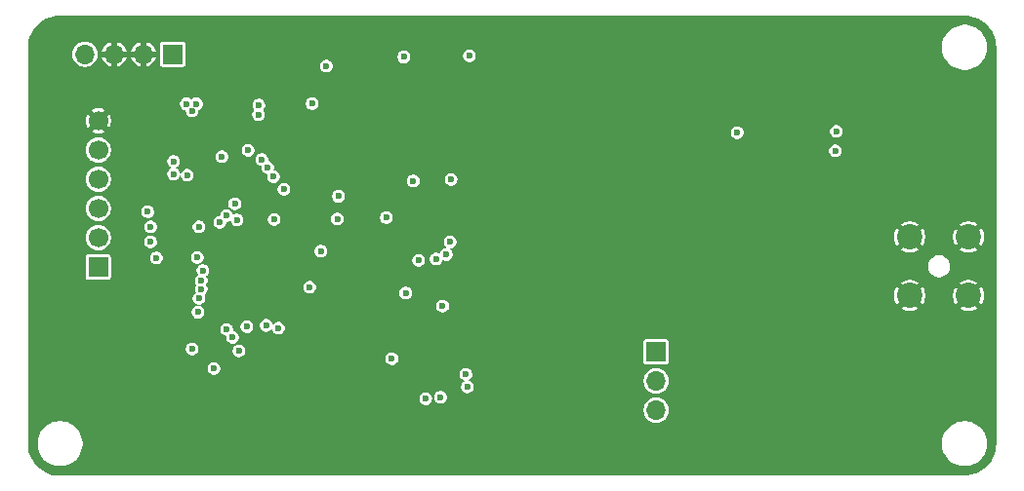
<source format=gbr>
%TF.GenerationSoftware,KiCad,Pcbnew,9.0.1-9.0.1-0~ubuntu24.04.1*%
%TF.CreationDate,2025-04-20T16:10:42+07:00*%
%TF.ProjectId,Gateway PCB v2,47617465-7761-4792-9050-43422076322e,rev?*%
%TF.SameCoordinates,Original*%
%TF.FileFunction,Copper,L2,Inr*%
%TF.FilePolarity,Positive*%
%FSLAX46Y46*%
G04 Gerber Fmt 4.6, Leading zero omitted, Abs format (unit mm)*
G04 Created by KiCad (PCBNEW 9.0.1-9.0.1-0~ubuntu24.04.1) date 2025-04-20 16:10:42*
%MOMM*%
%LPD*%
G01*
G04 APERTURE LIST*
%TA.AperFunction,ComponentPad*%
%ADD10R,1.700000X1.700000*%
%TD*%
%TA.AperFunction,ComponentPad*%
%ADD11C,1.700000*%
%TD*%
%TA.AperFunction,ComponentPad*%
%ADD12O,1.700000X1.700000*%
%TD*%
%TA.AperFunction,ComponentPad*%
%ADD13C,2.200000*%
%TD*%
%TA.AperFunction,ViaPad*%
%ADD14C,0.600000*%
%TD*%
G04 APERTURE END LIST*
D10*
%TO.N,EX_HOST_SCK*%
%TO.C,J3*%
X65850000Y-82595000D03*
D11*
%TO.N,EX_HOST_MOSI*%
X65850000Y-80055000D03*
%TO.N,EX_HOST_MISO*%
X65850000Y-77515000D03*
%TO.N,EX_HOST_RESET*%
X65850000Y-74975000D03*
%TO.N,EX_HOST_CSN*%
X65850000Y-72435000D03*
%TO.N,GND*%
X65850000Y-69895000D03*
%TD*%
D10*
%TO.N,5V*%
%TO.C,J2*%
X72320000Y-64100000D03*
D12*
%TO.N,GND*%
X69780000Y-64100000D03*
X67240000Y-64100000D03*
%TO.N,3.3V*%
X64700000Y-64100000D03*
%TD*%
D13*
%TO.N,GND*%
%TO.C,J1*%
X141337500Y-79982500D03*
X136237500Y-79982500D03*
X141337500Y-85082500D03*
X136237500Y-85082500D03*
%TD*%
D10*
%TO.N,CSD*%
%TO.C,J4*%
X114250000Y-89965000D03*
D12*
%TO.N,PA_ON*%
X114250000Y-92505000D03*
%TO.N,TXRX*%
X114250000Y-95045000D03*
%TD*%
D14*
%TO.N,1.2V*%
X81122499Y-78447124D03*
X84177502Y-84367501D03*
X72387500Y-73412500D03*
X78755000Y-87780000D03*
X78850000Y-72450000D03*
X72387500Y-74512500D03*
X73587500Y-74612500D03*
X74447500Y-81776250D03*
%TO.N,VDD_RF*%
X121287500Y-70912500D03*
X90837500Y-78302500D03*
X91325000Y-90572500D03*
X96455000Y-74980000D03*
X95727500Y-85982500D03*
%TO.N,5V*%
X84400000Y-68395000D03*
%TO.N,3.3V*%
X74517500Y-86527500D03*
X81487500Y-87912500D03*
X77700000Y-77100000D03*
X85161749Y-81212500D03*
X81950000Y-75845000D03*
X70150000Y-77800000D03*
%TO.N,TXCO 32M*%
X86687500Y-76450000D03*
X92517500Y-84842500D03*
%TO.N,SX1302_CSD*%
X74787500Y-83762500D03*
X75887500Y-91412500D03*
%TO.N,SX1302_TXRX*%
X74787500Y-84512500D03*
X73987500Y-89712500D03*
%TO.N,EX_HOST_MISO*%
X70400000Y-79100000D03*
%TO.N,EX_HOST_CSN*%
X74600000Y-79100000D03*
%TO.N,EX_HOST_RESET*%
X74932500Y-82900000D03*
%TO.N,GND*%
X109689583Y-68845000D03*
X81625000Y-94870000D03*
X103087500Y-87512500D03*
X102250543Y-70845000D03*
X106387500Y-84145000D03*
X128400000Y-68945000D03*
X124887500Y-67445000D03*
X129626000Y-84670000D03*
X104350000Y-91245000D03*
X124950000Y-68845000D03*
X105123370Y-70845000D03*
X134310000Y-77945000D03*
X131709000Y-77695000D03*
X127450000Y-73845000D03*
X71350000Y-95158125D03*
X84107143Y-98345000D03*
X115187500Y-74762500D03*
X106125000Y-79045000D03*
X96787500Y-85212500D03*
X75250000Y-95231875D03*
X79027499Y-81012500D03*
X79037500Y-82132500D03*
X85885714Y-98345000D03*
X98887500Y-87512500D03*
X101800000Y-74120000D03*
X131650000Y-71845000D03*
X74750000Y-70145000D03*
X104800000Y-79145000D03*
X128814000Y-80670000D03*
X135415000Y-87045000D03*
X112741667Y-68845000D03*
X82500000Y-94070000D03*
X82328571Y-98345000D03*
X115685455Y-97470000D03*
X131709000Y-76295000D03*
X71350000Y-89545000D03*
X92903125Y-68845000D03*
X113850000Y-85445000D03*
X94854167Y-72012500D03*
X124287500Y-74012500D03*
X91087500Y-71612500D03*
X138750000Y-77945000D03*
X98067500Y-80752500D03*
X89851042Y-68845000D03*
X131675000Y-95295000D03*
X126638000Y-84670000D03*
X129529500Y-76295000D03*
X80437500Y-83812500D03*
X73287500Y-70145000D03*
X111215625Y-68845000D03*
X137625000Y-87045000D03*
X111395833Y-87020000D03*
X117319792Y-68845000D03*
X80387500Y-80962500D03*
X129529500Y-77695000D03*
X106250000Y-94845000D03*
X112187500Y-77112500D03*
X96787500Y-88612500D03*
X114550000Y-84845000D03*
X107150000Y-89945000D03*
X112450000Y-75145000D03*
X108750000Y-92845000D03*
X76850000Y-91745000D03*
X83375000Y-94870000D03*
X120950000Y-63745000D03*
X130450000Y-73845000D03*
X97987500Y-87012500D03*
X113587500Y-81812500D03*
X112300000Y-82995000D03*
X106887500Y-77412500D03*
X120750000Y-84145000D03*
X113587500Y-75512500D03*
X99987500Y-73312500D03*
X87543249Y-81261000D03*
X86050000Y-67245000D03*
X108508333Y-86212500D03*
X86800000Y-94845000D03*
X81050000Y-95745000D03*
X129683000Y-93045000D03*
X114587500Y-79312500D03*
X131709000Y-79245000D03*
X77637500Y-80962500D03*
X118650000Y-93420000D03*
X89287500Y-86412500D03*
X79050000Y-85245000D03*
X113741848Y-70845000D03*
X108787500Y-77312500D03*
X122358000Y-80670000D03*
X104087500Y-84412500D03*
X131675000Y-91095000D03*
X119825000Y-91095000D03*
X72050000Y-68978333D03*
X80550000Y-98345000D03*
X105887500Y-77412500D03*
X107642045Y-72712500D03*
X123707000Y-87145000D03*
X125699000Y-74945000D03*
X124970000Y-85445000D03*
X115150000Y-73545000D03*
X123930000Y-85445000D03*
X84487500Y-89312500D03*
X107996196Y-70845000D03*
X128046000Y-83645000D03*
X134310000Y-81445000D03*
X111387500Y-78312500D03*
X85141667Y-77445000D03*
X91087500Y-76612500D03*
X78987500Y-83812500D03*
X124860000Y-79900000D03*
X129683000Y-87145000D03*
X127634000Y-84670000D03*
X126337200Y-81445000D03*
X87886413Y-70845000D03*
X82728571Y-95745000D03*
X138850000Y-90245000D03*
X130687500Y-67612500D03*
X78150000Y-76345000D03*
X91121429Y-95745000D03*
X73450000Y-96770000D03*
X85900000Y-94070000D03*
X95955208Y-68845000D03*
X129529500Y-79245000D03*
X110360417Y-83270000D03*
X104916667Y-75145000D03*
X131618000Y-84670000D03*
X117750000Y-89995000D03*
X89442857Y-98345000D03*
X111950000Y-95845000D03*
X105550000Y-88145000D03*
X94778571Y-98345000D03*
X127450000Y-79245000D03*
X117750000Y-87720000D03*
X131210000Y-85445000D03*
X104187500Y-80712500D03*
X143150000Y-87045000D03*
X121715000Y-97470000D03*
X77637500Y-83162500D03*
X119350000Y-70912500D03*
X123707000Y-91095000D03*
X103585417Y-68845000D03*
X110118182Y-74120000D03*
X103050000Y-81520000D03*
X123650000Y-84670000D03*
X106750000Y-93912500D03*
X100533333Y-68845000D03*
X110869022Y-70845000D03*
X101650000Y-81545000D03*
X115325000Y-85045000D03*
X67450000Y-97445000D03*
X135450000Y-77945000D03*
X75250000Y-96820000D03*
X109075000Y-87020000D03*
X71350000Y-86653750D03*
X101192857Y-95745000D03*
X130966000Y-80670000D03*
X98694565Y-67445000D03*
X106887500Y-78312500D03*
X125699000Y-95295000D03*
X116687500Y-82212500D03*
X117717273Y-97470000D03*
X75300000Y-98345000D03*
X117587500Y-80212500D03*
X115250000Y-81745000D03*
X104087500Y-78612500D03*
X97987500Y-88012500D03*
X79100000Y-67245000D03*
X77637500Y-85262500D03*
X123254167Y-74012500D03*
X119687500Y-82362500D03*
X103661111Y-75145000D03*
X96220833Y-72012500D03*
X98335714Y-98345000D03*
X71350000Y-93555625D03*
X125699000Y-87145000D03*
X119825000Y-95295000D03*
X106559783Y-70845000D03*
X100387500Y-91845000D03*
X117750000Y-92270000D03*
X112887500Y-81012500D03*
X128630000Y-84670000D03*
X138730000Y-87045000D03*
X89887500Y-71612500D03*
X129130000Y-85445000D03*
X93487500Y-72012500D03*
X125699000Y-89120000D03*
X88325000Y-68845000D03*
X89187500Y-84312500D03*
X105450000Y-98345000D03*
X94072283Y-67445000D03*
X99377717Y-70845000D03*
X143150000Y-77945000D03*
X71350000Y-84026250D03*
X121715000Y-87170000D03*
X105687500Y-80612500D03*
X119687500Y-81212500D03*
X75950000Y-94545000D03*
X103316848Y-67445000D03*
X96787500Y-86212500D03*
X96504891Y-70845000D03*
X93632065Y-70845000D03*
X78950000Y-98345000D03*
X127738000Y-80670000D03*
X102059375Y-68845000D03*
X89287500Y-88012500D03*
X100114286Y-98345000D03*
X105127273Y-74120000D03*
X111194444Y-75145000D03*
X127691000Y-87145000D03*
X88105159Y-73312500D03*
X99987500Y-74312500D03*
X123434000Y-80670000D03*
X143150000Y-83632500D03*
X78250000Y-93145000D03*
X80800000Y-94070000D03*
X120371875Y-68845000D03*
X82887500Y-75812500D03*
X97987500Y-89112500D03*
X79727500Y-83182500D03*
X130622000Y-84670000D03*
X101875000Y-91845000D03*
X115787500Y-83112500D03*
X109150000Y-94845000D03*
X122890000Y-85445000D03*
X109938889Y-75145000D03*
X138850000Y-75045000D03*
X114258333Y-87845000D03*
X111520833Y-83270000D03*
X100987500Y-72712500D03*
X73450000Y-95181875D03*
X115960227Y-72712500D03*
X119825000Y-93045000D03*
X134310000Y-85845000D03*
X118650000Y-95695000D03*
X89322826Y-70845000D03*
X106754167Y-87020000D03*
X141330000Y-82515000D03*
X121715000Y-89145000D03*
X84387500Y-86612500D03*
X99514286Y-95745000D03*
X103671429Y-98345000D03*
X106425000Y-81395000D03*
X100087500Y-82512500D03*
X96557143Y-98345000D03*
X101137500Y-92570000D03*
X111020652Y-67445000D03*
X90087500Y-85012500D03*
X73475000Y-98345000D03*
X143150000Y-79082500D03*
X119749091Y-97470000D03*
X132350000Y-69645000D03*
X103187500Y-88512500D03*
X125586000Y-80670000D03*
X115642935Y-67445000D03*
X97153804Y-67445000D03*
X108039583Y-83270000D03*
X143150000Y-81357500D03*
X115350000Y-87820000D03*
X64350000Y-93945000D03*
X129327600Y-81445000D03*
X136550000Y-77945000D03*
X104387500Y-90412500D03*
X91377083Y-68845000D03*
X96157143Y-95745000D03*
X114102174Y-67445000D03*
X98057500Y-82322500D03*
X113150000Y-83445000D03*
X77250000Y-67245000D03*
X135850000Y-97445000D03*
X134310000Y-87045000D03*
X112305435Y-70845000D03*
X139850000Y-77945000D03*
X134310000Y-83765000D03*
X114296591Y-72712500D03*
X102651136Y-72712500D03*
X85287500Y-88512500D03*
X87487500Y-89012500D03*
X99987500Y-75412500D03*
X104087500Y-82112500D03*
X84407143Y-95745000D03*
X122654000Y-84670000D03*
X75400000Y-67245000D03*
X112187500Y-84145000D03*
X94478571Y-95745000D03*
X108750000Y-91045000D03*
X75200000Y-77900000D03*
X91637500Y-73312500D03*
X75950000Y-90445000D03*
X117750000Y-94545000D03*
X110829167Y-86212500D03*
X93000000Y-98345000D03*
X106172222Y-75145000D03*
X100087500Y-80512500D03*
X103463636Y-74120000D03*
X82650000Y-78345000D03*
X132350000Y-68545000D03*
X129890000Y-80670000D03*
X114587500Y-77112500D03*
X110487500Y-77312500D03*
X116387500Y-79112500D03*
X123346800Y-81445000D03*
X86637500Y-77445000D03*
X122220833Y-74012500D03*
X106400000Y-82570000D03*
X77075000Y-96845000D03*
X99287500Y-91845000D03*
X86487500Y-75212500D03*
X115187500Y-75945000D03*
X104550000Y-95745000D03*
X71350000Y-98345000D03*
X109887500Y-78312500D03*
X118650000Y-88870000D03*
X92195652Y-70845000D03*
X110969318Y-72712500D03*
X106187500Y-86212500D03*
X118845833Y-68845000D03*
X87764286Y-95745000D03*
X115087500Y-80212500D03*
X134310000Y-80278333D03*
X104087500Y-86812500D03*
X111687500Y-79312500D03*
X90990761Y-67445000D03*
X88105159Y-75917421D03*
X80387500Y-82132500D03*
X143150000Y-82495000D03*
X103686957Y-70845000D03*
X139835000Y-87045000D03*
X103362500Y-91845000D03*
X87387500Y-71612500D03*
X132318000Y-81745000D03*
X91687500Y-89112500D03*
X117750000Y-85445000D03*
X80950000Y-67245000D03*
X99487500Y-78612500D03*
X129529500Y-74945000D03*
X84887500Y-78345000D03*
X87664286Y-98345000D03*
X112050000Y-89145000D03*
X114587500Y-78212500D03*
X116387500Y-77012500D03*
X71350000Y-90595000D03*
X72050000Y-72445000D03*
X96887500Y-84212500D03*
X71350000Y-91967500D03*
X107150000Y-97745000D03*
X113653636Y-97470000D03*
X125699000Y-93045000D03*
X118587500Y-81212500D03*
X135350000Y-63745000D03*
X124646000Y-84670000D03*
X102405556Y-75145000D03*
X86085714Y-95745000D03*
X113150000Y-86212500D03*
X101687500Y-87512500D03*
X126662000Y-80670000D03*
X88587500Y-90612500D03*
X71350000Y-87845000D03*
X107427778Y-75145000D03*
X99067500Y-83672500D03*
X121400000Y-83250000D03*
X132042000Y-80670000D03*
X116387500Y-78012500D03*
X71350000Y-85345000D03*
X131709000Y-74945000D03*
X74450000Y-93145000D03*
X97587500Y-72012500D03*
X127450000Y-76295000D03*
X128090000Y-85445000D03*
X121850000Y-85445000D03*
X99007292Y-68845000D03*
X132350000Y-70745000D03*
X105978409Y-72712500D03*
X131675000Y-93045000D03*
X89287500Y-89612500D03*
X125950000Y-73845000D03*
X92800000Y-95745000D03*
X127050000Y-83645000D03*
X124510000Y-80670000D03*
X94429167Y-68845000D03*
X73050000Y-91845000D03*
X89937500Y-73312500D03*
X118587500Y-82362500D03*
X129683000Y-89120000D03*
X107914583Y-87020000D03*
X97941304Y-70845000D03*
X136520000Y-87045000D03*
X101987500Y-88512500D03*
X131750000Y-67645000D03*
X109432609Y-70845000D03*
X86487500Y-72312500D03*
X81477502Y-81012500D03*
X95068478Y-70845000D03*
X89450000Y-67445000D03*
X64350000Y-89045000D03*
X132146000Y-83345000D03*
X128400000Y-67645000D03*
X84200000Y-94070000D03*
X72050000Y-70711667D03*
X105587500Y-87012500D03*
X109479891Y-67445000D03*
X121805978Y-67445000D03*
X82150000Y-77445000D03*
X90759239Y-70845000D03*
X125340400Y-81445000D03*
X130170000Y-85445000D03*
X138850000Y-68345000D03*
X137650000Y-77945000D03*
X127691000Y-97445000D03*
X106550000Y-63745000D03*
X129683000Y-95295000D03*
X87587500Y-90212500D03*
X93037500Y-74112500D03*
X96787500Y-93812500D03*
X102871429Y-95745000D03*
X125087500Y-73312500D03*
X138850000Y-85115000D03*
X101892857Y-98345000D03*
X99287500Y-94770000D03*
X109590000Y-97470000D03*
X128150000Y-63745000D03*
X114050000Y-82645000D03*
X125699000Y-91095000D03*
X77350000Y-95945000D03*
X88105159Y-74745000D03*
X121658000Y-84670000D03*
X142050000Y-77945000D03*
X82850000Y-74745000D03*
X91221429Y-98345000D03*
X138850000Y-94745000D03*
X97481250Y-68845000D03*
X127691000Y-95295000D03*
X105687500Y-83345000D03*
X100087500Y-81512500D03*
X120265217Y-67445000D03*
X117183696Y-67445000D03*
X91937500Y-74445000D03*
X116387500Y-80212500D03*
X131675000Y-89120000D03*
X77637500Y-82132500D03*
X108150000Y-96745000D03*
X130324400Y-81745000D03*
X111781818Y-74120000D03*
X95787500Y-84212500D03*
X107950000Y-89345000D03*
X108163542Y-68845000D03*
X101776087Y-67445000D03*
X88787500Y-71612500D03*
X123707000Y-89120000D03*
X96387500Y-73612500D03*
X113445455Y-74120000D03*
X106750000Y-92912500D03*
X105387500Y-89312500D03*
X107347917Y-86212500D03*
X109637500Y-77312500D03*
X100787500Y-88512500D03*
X128330800Y-81445000D03*
X138850000Y-79865000D03*
X118650000Y-91145000D03*
X102187500Y-80512500D03*
X107547500Y-84145000D03*
X107939130Y-67445000D03*
X113166667Y-87845000D03*
X106750000Y-90912500D03*
X92531522Y-67445000D03*
X77125000Y-98345000D03*
X115325000Y-86432500D03*
X104087500Y-85712500D03*
X142045000Y-87045000D03*
X100587500Y-78612500D03*
X119287500Y-72712500D03*
X106425000Y-80020000D03*
X108454545Y-74120000D03*
X131150000Y-83345000D03*
X127450000Y-77695000D03*
X118724457Y-67445000D03*
X113750000Y-63745000D03*
X130154000Y-83345000D03*
X73550000Y-67245000D03*
X111016667Y-89145000D03*
X131321200Y-81745000D03*
X121715000Y-91120000D03*
X123346739Y-67445000D03*
X143150000Y-85907500D03*
X108683333Y-75145000D03*
X86487500Y-73712500D03*
X103987500Y-88112500D03*
X109983333Y-89145000D03*
X131675000Y-87145000D03*
X109668750Y-86212500D03*
X117623864Y-72712500D03*
X95613043Y-67445000D03*
X64350000Y-67645000D03*
X110235417Y-87020000D03*
X134310000Y-84805000D03*
X112075000Y-87845000D03*
X112487500Y-80012500D03*
X100287500Y-87512500D03*
X131650000Y-73145000D03*
X109305682Y-72712500D03*
X109200000Y-83270000D03*
X104857609Y-67445000D03*
X105425000Y-79845000D03*
X99587500Y-88512500D03*
X79850000Y-63445000D03*
X101087500Y-80512500D03*
X81887500Y-83662500D03*
X106750000Y-92012500D03*
X88387500Y-85012500D03*
X88350000Y-77045000D03*
X104112500Y-92570000D03*
X123423958Y-68845000D03*
X127691000Y-89120000D03*
X80587500Y-85312500D03*
X97587500Y-83412500D03*
X100814130Y-70845000D03*
X104314773Y-72712500D03*
X123707000Y-97445000D03*
X113000000Y-82495000D03*
X104087500Y-83212500D03*
X121187500Y-74012500D03*
X116614674Y-70845000D03*
X143150000Y-84770000D03*
X131675000Y-97445000D03*
X140940000Y-87045000D03*
X125699000Y-97445000D03*
X128950000Y-73845000D03*
X143150000Y-80220000D03*
X129450000Y-67595000D03*
X123707000Y-93045000D03*
X83645833Y-77445000D03*
X126010000Y-85445000D03*
X81450000Y-70845000D03*
X106790909Y-74120000D03*
X102625000Y-92570000D03*
X111989583Y-86212500D03*
X104887500Y-77412500D03*
X122350000Y-81445000D03*
X85287500Y-90212500D03*
X106637500Y-68845000D03*
X73450000Y-93579375D03*
X108387500Y-78312500D03*
X127691000Y-93045000D03*
X124343600Y-81445000D03*
X108950000Y-89145000D03*
X105387500Y-78312500D03*
X112561413Y-67445000D03*
X87655000Y-84312500D03*
X122930000Y-79740000D03*
X115050000Y-83945000D03*
X127450000Y-74945000D03*
X89442857Y-95745000D03*
X115793750Y-68845000D03*
X129683000Y-97445000D03*
X72050000Y-67245000D03*
X115178261Y-70845000D03*
X119607500Y-87635000D03*
X123707000Y-95295000D03*
X87487500Y-86412500D03*
X119825000Y-89120000D03*
X112556250Y-87020000D03*
X81837500Y-82162500D03*
X112687500Y-77912500D03*
X83850000Y-73245000D03*
X71350000Y-96746250D03*
X87487500Y-87812500D03*
X121897917Y-68845000D03*
X99287500Y-93307500D03*
X106879167Y-83270000D03*
X110150000Y-95845000D03*
X125642000Y-84670000D03*
X81987500Y-85462500D03*
X108707500Y-84145000D03*
X118051087Y-70845000D03*
X92287500Y-71612500D03*
X121715000Y-93070000D03*
X114287500Y-76212500D03*
X105550000Y-95545000D03*
X79650000Y-94545000D03*
X85487500Y-71612500D03*
X121715000Y-95320000D03*
X100087500Y-83512500D03*
X112632955Y-72712500D03*
X97835714Y-95745000D03*
X127334000Y-81445000D03*
X109867500Y-84145000D03*
X71350000Y-82712500D03*
X101687500Y-78612500D03*
X105111458Y-68845000D03*
X82950000Y-73645000D03*
X127050000Y-85445000D03*
X105687500Y-81978750D03*
X129683000Y-91095000D03*
X111621818Y-97470000D03*
X127691000Y-91095000D03*
X111027500Y-84145000D03*
X140950000Y-77945000D03*
X134310000Y-79111667D03*
X132250000Y-85445000D03*
X119725000Y-85370000D03*
X98687500Y-90912500D03*
X106398370Y-67445000D03*
X78950000Y-97345000D03*
X101150000Y-75145000D03*
X100235326Y-67445000D03*
X86450000Y-70845000D03*
X114267708Y-68845000D03*
X102787500Y-78612500D03*
X85125000Y-94870000D03*
%TO.N,Net-(U1-GPIO[5])*%
X81050000Y-74745000D03*
X98050000Y-64245000D03*
%TO.N,Net-(D4-K)*%
X129887500Y-70805000D03*
X73487500Y-68412500D03*
X74387500Y-68412500D03*
X79750000Y-69345000D03*
X76587500Y-73012500D03*
X129787500Y-72512500D03*
X73987500Y-69012500D03*
X79787500Y-68512500D03*
%TO.N,Net-(U1-GPIO[4])*%
X80550000Y-73945000D03*
X92350000Y-64345000D03*
%TO.N,RADIO_A_MOSI*%
X95155000Y-81912500D03*
X76987500Y-78112500D03*
%TO.N,Net-(U1-GPIO[3])*%
X80050000Y-73245000D03*
X85650000Y-65145000D03*
%TO.N,RADIO_A_SCK*%
X77900000Y-78500000D03*
X96055000Y-81512500D03*
%TO.N,EX_HOST_SCK*%
X70900000Y-81800000D03*
%TO.N,EX_HOST_MOSI*%
X70400000Y-80400000D03*
%TO.N,RADIO_B_CSN*%
X97755000Y-91912500D03*
X78050000Y-89879851D03*
%TO.N,RADIO_A_IQ_2*%
X93187500Y-75112500D03*
X86587500Y-78412500D03*
%TO.N,RADIO_B_SCK*%
X97855000Y-93012500D03*
X77487500Y-88712500D03*
%TO.N,RADIOB_RESET*%
X80427501Y-87672499D03*
X94250000Y-94045000D03*
%TO.N,RADIOA_RESET*%
X74600000Y-85314496D03*
X93655000Y-82012500D03*
%TO.N,RADIO_B_MOSI*%
X76987500Y-88012500D03*
X95555000Y-93912500D03*
%TO.N,RADIO_A_CSN*%
X76387500Y-78712500D03*
X96387500Y-80412500D03*
%TD*%
%TA.AperFunction,Conductor*%
%TO.N,GND*%
G36*
X140884108Y-60724300D02*
G01*
X140948292Y-60724300D01*
X140951727Y-60724397D01*
X141259997Y-60741709D01*
X141266846Y-60742480D01*
X141569554Y-60793912D01*
X141576255Y-60795442D01*
X141871297Y-60880443D01*
X141877796Y-60882716D01*
X142161477Y-61000220D01*
X142167678Y-61003207D01*
X142436412Y-61151731D01*
X142442231Y-61155388D01*
X142692643Y-61333064D01*
X142698035Y-61337364D01*
X142926969Y-61541953D01*
X142931846Y-61546830D01*
X143136435Y-61775764D01*
X143140735Y-61781156D01*
X143313289Y-62024349D01*
X143318405Y-62031558D01*
X143322071Y-62037392D01*
X143414963Y-62205467D01*
X143470589Y-62306115D01*
X143473582Y-62312329D01*
X143591081Y-62595998D01*
X143593358Y-62602507D01*
X143678354Y-62897531D01*
X143679889Y-62904256D01*
X143731318Y-63206952D01*
X143732090Y-63213804D01*
X143749403Y-63522071D01*
X143749500Y-63525520D01*
X143749500Y-97870983D01*
X143749499Y-97870987D01*
X143749499Y-97902578D01*
X143749499Y-97935157D01*
X143749499Y-97935158D01*
X143749402Y-97938606D01*
X143732093Y-98246875D01*
X143731321Y-98253728D01*
X143679894Y-98556419D01*
X143678359Y-98563143D01*
X143593361Y-98858182D01*
X143591084Y-98864692D01*
X143473587Y-99148360D01*
X143470594Y-99154573D01*
X143322084Y-99423285D01*
X143318415Y-99429125D01*
X143140743Y-99679533D01*
X143136443Y-99684925D01*
X142931858Y-99913858D01*
X142926982Y-99918735D01*
X142698038Y-100123334D01*
X142692645Y-100127634D01*
X142442247Y-100305301D01*
X142436408Y-100308970D01*
X142167689Y-100457487D01*
X142161475Y-100460480D01*
X141877804Y-100577981D01*
X141871294Y-100580258D01*
X141576272Y-100665252D01*
X141569549Y-100666787D01*
X141266849Y-100718218D01*
X141259995Y-100718990D01*
X140952156Y-100736278D01*
X140948718Y-100736375D01*
X140884108Y-100736375D01*
X140884068Y-100736385D01*
X140880083Y-100736386D01*
X62551724Y-100749498D01*
X62548266Y-100749401D01*
X62240005Y-100732090D01*
X62233152Y-100731318D01*
X61930456Y-100679889D01*
X61923731Y-100678354D01*
X61628707Y-100593358D01*
X61622198Y-100591081D01*
X61338529Y-100473582D01*
X61332315Y-100470589D01*
X61308506Y-100457430D01*
X61063592Y-100322071D01*
X61057763Y-100318408D01*
X60807356Y-100140735D01*
X60801964Y-100136435D01*
X60573030Y-99931846D01*
X60568153Y-99926969D01*
X60512379Y-99864558D01*
X60363562Y-99698033D01*
X60359264Y-99692643D01*
X60275570Y-99574687D01*
X60181588Y-99442231D01*
X60177931Y-99436412D01*
X60029407Y-99167678D01*
X60026417Y-99161470D01*
X60023560Y-99154573D01*
X59908916Y-98877796D01*
X59906641Y-98871292D01*
X59904740Y-98864692D01*
X59821642Y-98576255D01*
X59820112Y-98569554D01*
X59768680Y-98266846D01*
X59767909Y-98259994D01*
X59750597Y-97951727D01*
X59750500Y-97948279D01*
X59750500Y-97818482D01*
X60596056Y-97818482D01*
X60596056Y-98074629D01*
X60629489Y-98328577D01*
X60695779Y-98575973D01*
X60695781Y-98575979D01*
X60793800Y-98812618D01*
X60829595Y-98874616D01*
X60921870Y-99034441D01*
X60921871Y-99034443D01*
X61077793Y-99237643D01*
X61258912Y-99418762D01*
X61462112Y-99574684D01*
X61462115Y-99574685D01*
X61462117Y-99574687D01*
X61683938Y-99702756D01*
X61920577Y-99800775D01*
X62094480Y-99847372D01*
X62167978Y-99867066D01*
X62167979Y-99867066D01*
X62167986Y-99867068D01*
X62421932Y-99900500D01*
X62421935Y-99900500D01*
X62678065Y-99900500D01*
X62678068Y-99900500D01*
X62932014Y-99867068D01*
X63179423Y-99800775D01*
X63416062Y-99702756D01*
X63637883Y-99574687D01*
X63841089Y-99418761D01*
X64022205Y-99237645D01*
X64178131Y-99034439D01*
X64306200Y-98812618D01*
X64404219Y-98575979D01*
X64470512Y-98328570D01*
X64503944Y-98074624D01*
X64503944Y-97818488D01*
X64503943Y-97818482D01*
X139042612Y-97818482D01*
X139042612Y-98074629D01*
X139076045Y-98328577D01*
X139142335Y-98575973D01*
X139142337Y-98575979D01*
X139240356Y-98812618D01*
X139276151Y-98874616D01*
X139368426Y-99034441D01*
X139368427Y-99034443D01*
X139524349Y-99237643D01*
X139705468Y-99418762D01*
X139908668Y-99574684D01*
X139908671Y-99574685D01*
X139908673Y-99574687D01*
X140130494Y-99702756D01*
X140367133Y-99800775D01*
X140541036Y-99847372D01*
X140614534Y-99867066D01*
X140614535Y-99867066D01*
X140614542Y-99867068D01*
X140868488Y-99900500D01*
X140868491Y-99900500D01*
X141124621Y-99900500D01*
X141124624Y-99900500D01*
X141378570Y-99867068D01*
X141625979Y-99800775D01*
X141862618Y-99702756D01*
X142084439Y-99574687D01*
X142287645Y-99418761D01*
X142468761Y-99237645D01*
X142624687Y-99034439D01*
X142752756Y-98812618D01*
X142850775Y-98575979D01*
X142917068Y-98328570D01*
X142950500Y-98074624D01*
X142950500Y-97818488D01*
X142917068Y-97564542D01*
X142850775Y-97317133D01*
X142752756Y-97080494D01*
X142624687Y-96858673D01*
X142624685Y-96858670D01*
X142624684Y-96858668D01*
X142468762Y-96655468D01*
X142287643Y-96474349D01*
X142084443Y-96318427D01*
X142084441Y-96318426D01*
X142025002Y-96284109D01*
X141862618Y-96190356D01*
X141625979Y-96092337D01*
X141625973Y-96092335D01*
X141378577Y-96026045D01*
X141378570Y-96026044D01*
X141351534Y-96022484D01*
X141124629Y-95992612D01*
X141124624Y-95992612D01*
X140868488Y-95992612D01*
X140868482Y-95992612D01*
X140614534Y-96026045D01*
X140367138Y-96092335D01*
X140367132Y-96092337D01*
X140130492Y-96190357D01*
X139908670Y-96318426D01*
X139908668Y-96318427D01*
X139705468Y-96474349D01*
X139524349Y-96655468D01*
X139368427Y-96858668D01*
X139368426Y-96858670D01*
X139240357Y-97080492D01*
X139142337Y-97317132D01*
X139142335Y-97317138D01*
X139076045Y-97564534D01*
X139042612Y-97818482D01*
X64503943Y-97818482D01*
X64470512Y-97564542D01*
X64404219Y-97317133D01*
X64306200Y-97080494D01*
X64178131Y-96858673D01*
X64178129Y-96858670D01*
X64178128Y-96858668D01*
X64022206Y-96655468D01*
X63841087Y-96474349D01*
X63637887Y-96318427D01*
X63637885Y-96318426D01*
X63578446Y-96284109D01*
X63416062Y-96190356D01*
X63179423Y-96092337D01*
X63179417Y-96092335D01*
X62932021Y-96026045D01*
X62932014Y-96026044D01*
X62904978Y-96022484D01*
X62678073Y-95992612D01*
X62678068Y-95992612D01*
X62421932Y-95992612D01*
X62421926Y-95992612D01*
X62167978Y-96026045D01*
X61920582Y-96092335D01*
X61920576Y-96092337D01*
X61683936Y-96190357D01*
X61462114Y-96318426D01*
X61462112Y-96318427D01*
X61258912Y-96474349D01*
X61077793Y-96655468D01*
X60921871Y-96858668D01*
X60921870Y-96858670D01*
X60793801Y-97080492D01*
X60695781Y-97317132D01*
X60695779Y-97317138D01*
X60629489Y-97564534D01*
X60596056Y-97818482D01*
X59750500Y-97818482D01*
X59750500Y-94958385D01*
X113149500Y-94958385D01*
X113149500Y-95131614D01*
X113176598Y-95302703D01*
X113230127Y-95467446D01*
X113308769Y-95621790D01*
X113410584Y-95761926D01*
X113410585Y-95761927D01*
X113410586Y-95761928D01*
X113533072Y-95884414D01*
X113673212Y-95986232D01*
X113827555Y-96064873D01*
X113992296Y-96118401D01*
X113992299Y-96118402D01*
X114163389Y-96145500D01*
X114163393Y-96145500D01*
X114336607Y-96145500D01*
X114336611Y-96145500D01*
X114507701Y-96118402D01*
X114672445Y-96064873D01*
X114826788Y-95986232D01*
X114966928Y-95884414D01*
X115089414Y-95761928D01*
X115191232Y-95621788D01*
X115269873Y-95467445D01*
X115323402Y-95302701D01*
X115350500Y-95131611D01*
X115350500Y-94958389D01*
X115323402Y-94787299D01*
X115269873Y-94622555D01*
X115191232Y-94468212D01*
X115160188Y-94425484D01*
X115089415Y-94328073D01*
X114966926Y-94205584D01*
X114826790Y-94103769D01*
X114672446Y-94025127D01*
X114507702Y-93971598D01*
X114507704Y-93971598D01*
X114336614Y-93944500D01*
X114336611Y-93944500D01*
X114163389Y-93944500D01*
X114163385Y-93944500D01*
X113992296Y-93971598D01*
X113827553Y-94025127D01*
X113673209Y-94103769D01*
X113533073Y-94205584D01*
X113533073Y-94205585D01*
X113533072Y-94205586D01*
X113410586Y-94328072D01*
X113410585Y-94328073D01*
X113410584Y-94328073D01*
X113308769Y-94468209D01*
X113230127Y-94622553D01*
X113176598Y-94787296D01*
X113149500Y-94958385D01*
X59750500Y-94958385D01*
X59750500Y-93972522D01*
X93699500Y-93972522D01*
X93699500Y-94117477D01*
X93737014Y-94257480D01*
X93737015Y-94257482D01*
X93737016Y-94257485D01*
X93809491Y-94383015D01*
X93911985Y-94485509D01*
X94037515Y-94557984D01*
X94037519Y-94557985D01*
X94177523Y-94595500D01*
X94177525Y-94595500D01*
X94322476Y-94595500D01*
X94384206Y-94578958D01*
X94462485Y-94557984D01*
X94588015Y-94485509D01*
X94690509Y-94383015D01*
X94762984Y-94257485D01*
X94798488Y-94124984D01*
X94800500Y-94117477D01*
X94800500Y-93972522D01*
X94768182Y-93851912D01*
X94764996Y-93840022D01*
X95004500Y-93840022D01*
X95004500Y-93984977D01*
X95042014Y-94124980D01*
X95042015Y-94124982D01*
X95042016Y-94124985D01*
X95114491Y-94250515D01*
X95216985Y-94353009D01*
X95342515Y-94425484D01*
X95342519Y-94425485D01*
X95482523Y-94463000D01*
X95482525Y-94463000D01*
X95627476Y-94463000D01*
X95689206Y-94446458D01*
X95767485Y-94425484D01*
X95893015Y-94353009D01*
X95995509Y-94250515D01*
X96067984Y-94124985D01*
X96094741Y-94025127D01*
X96105500Y-93984977D01*
X96105500Y-93840022D01*
X96067985Y-93700019D01*
X96067984Y-93700015D01*
X95995509Y-93574485D01*
X95893015Y-93471991D01*
X95767485Y-93399516D01*
X95767482Y-93399515D01*
X95767480Y-93399514D01*
X95627477Y-93362000D01*
X95627475Y-93362000D01*
X95482525Y-93362000D01*
X95482523Y-93362000D01*
X95342519Y-93399514D01*
X95342515Y-93399516D01*
X95216986Y-93471990D01*
X95216981Y-93471994D01*
X95114494Y-93574481D01*
X95114490Y-93574486D01*
X95042016Y-93700015D01*
X95042014Y-93700019D01*
X95004500Y-93840022D01*
X94764996Y-93840022D01*
X94762985Y-93832519D01*
X94762984Y-93832515D01*
X94690509Y-93706985D01*
X94588015Y-93604491D01*
X94462485Y-93532016D01*
X94462482Y-93532015D01*
X94462480Y-93532014D01*
X94322477Y-93494500D01*
X94322475Y-93494500D01*
X94177525Y-93494500D01*
X94177523Y-93494500D01*
X94037519Y-93532014D01*
X94037515Y-93532016D01*
X93911986Y-93604490D01*
X93911981Y-93604494D01*
X93809494Y-93706981D01*
X93809490Y-93706986D01*
X93737016Y-93832515D01*
X93737014Y-93832519D01*
X93699500Y-93972522D01*
X59750500Y-93972522D01*
X59750500Y-91340022D01*
X75337000Y-91340022D01*
X75337000Y-91484977D01*
X75374514Y-91624980D01*
X75374515Y-91624982D01*
X75374516Y-91624985D01*
X75446991Y-91750515D01*
X75549485Y-91853009D01*
X75675015Y-91925484D01*
X75675019Y-91925485D01*
X75815023Y-91963000D01*
X75815025Y-91963000D01*
X75959976Y-91963000D01*
X76021706Y-91946458D01*
X76099985Y-91925484D01*
X76225515Y-91853009D01*
X76238502Y-91840022D01*
X97204500Y-91840022D01*
X97204500Y-91984977D01*
X97242014Y-92124980D01*
X97242015Y-92124982D01*
X97242016Y-92124985D01*
X97314491Y-92250515D01*
X97416985Y-92353009D01*
X97542515Y-92425484D01*
X97552797Y-92428239D01*
X97554983Y-92428825D01*
X97592325Y-92457480D01*
X97598468Y-92504148D01*
X97569814Y-92541489D01*
X97516992Y-92571986D01*
X97516981Y-92571994D01*
X97414494Y-92674481D01*
X97414490Y-92674486D01*
X97342016Y-92800015D01*
X97342014Y-92800019D01*
X97304500Y-92940022D01*
X97304500Y-93084977D01*
X97342014Y-93224980D01*
X97342015Y-93224982D01*
X97342016Y-93224985D01*
X97414491Y-93350515D01*
X97516985Y-93453009D01*
X97642515Y-93525484D01*
X97642519Y-93525485D01*
X97782523Y-93563000D01*
X97782525Y-93563000D01*
X97927476Y-93563000D01*
X97989206Y-93546458D01*
X98067485Y-93525484D01*
X98193015Y-93453009D01*
X98295509Y-93350515D01*
X98367984Y-93224985D01*
X98382540Y-93170658D01*
X98405500Y-93084977D01*
X98405500Y-92940022D01*
X98367985Y-92800019D01*
X98367984Y-92800015D01*
X98295509Y-92674485D01*
X98193015Y-92571991D01*
X98067485Y-92499516D01*
X98067482Y-92499515D01*
X98067477Y-92499513D01*
X98055017Y-92496173D01*
X98055017Y-92496174D01*
X98055016Y-92496173D01*
X98055014Y-92496173D01*
X98030646Y-92477473D01*
X98017674Y-92467519D01*
X98017673Y-92467517D01*
X98014204Y-92441155D01*
X98011531Y-92420852D01*
X98011532Y-92420850D01*
X98011532Y-92420849D01*
X98013423Y-92418385D01*
X113149500Y-92418385D01*
X113149500Y-92591614D01*
X113176598Y-92762703D01*
X113230127Y-92927446D01*
X113308769Y-93081790D01*
X113410584Y-93221926D01*
X113533073Y-93344415D01*
X113541469Y-93350515D01*
X113673212Y-93446232D01*
X113827555Y-93524873D01*
X113992296Y-93578401D01*
X113992299Y-93578402D01*
X114163389Y-93605500D01*
X114163393Y-93605500D01*
X114336607Y-93605500D01*
X114336611Y-93605500D01*
X114507701Y-93578402D01*
X114672445Y-93524873D01*
X114826788Y-93446232D01*
X114966928Y-93344414D01*
X115089414Y-93221928D01*
X115191232Y-93081788D01*
X115269873Y-92927445D01*
X115323402Y-92762701D01*
X115350500Y-92591611D01*
X115350500Y-92418389D01*
X115323402Y-92247299D01*
X115269873Y-92082555D01*
X115191232Y-91928212D01*
X115089414Y-91788072D01*
X114966928Y-91665586D01*
X114966927Y-91665585D01*
X114966926Y-91665584D01*
X114826790Y-91563769D01*
X114672446Y-91485127D01*
X114507702Y-91431598D01*
X114507704Y-91431598D01*
X114336614Y-91404500D01*
X114336611Y-91404500D01*
X114163389Y-91404500D01*
X114163385Y-91404500D01*
X113992296Y-91431598D01*
X113827553Y-91485127D01*
X113673209Y-91563769D01*
X113533073Y-91665584D01*
X113533073Y-91665585D01*
X113533072Y-91665586D01*
X113410586Y-91788072D01*
X113410585Y-91788073D01*
X113410584Y-91788073D01*
X113308769Y-91928209D01*
X113230127Y-92082553D01*
X113176598Y-92247296D01*
X113149500Y-92418385D01*
X98013423Y-92418385D01*
X98040184Y-92383510D01*
X98093015Y-92353009D01*
X98195509Y-92250515D01*
X98267984Y-92124985D01*
X98282540Y-92070658D01*
X98305500Y-91984977D01*
X98305500Y-91840022D01*
X98267985Y-91700019D01*
X98267984Y-91700015D01*
X98195509Y-91574485D01*
X98093015Y-91471991D01*
X97967485Y-91399516D01*
X97967482Y-91399515D01*
X97967480Y-91399514D01*
X97827477Y-91362000D01*
X97827475Y-91362000D01*
X97682525Y-91362000D01*
X97682523Y-91362000D01*
X97542519Y-91399514D01*
X97542515Y-91399516D01*
X97416986Y-91471990D01*
X97416981Y-91471994D01*
X97314494Y-91574481D01*
X97314490Y-91574486D01*
X97242016Y-91700015D01*
X97242014Y-91700019D01*
X97204500Y-91840022D01*
X76238502Y-91840022D01*
X76328009Y-91750515D01*
X76400484Y-91624985D01*
X76416887Y-91563768D01*
X76438000Y-91484977D01*
X76438000Y-91340022D01*
X76400485Y-91200019D01*
X76400484Y-91200015D01*
X76328009Y-91074485D01*
X76225515Y-90971991D01*
X76099985Y-90899516D01*
X76099982Y-90899515D01*
X76099980Y-90899514D01*
X75959977Y-90862000D01*
X75959975Y-90862000D01*
X75815025Y-90862000D01*
X75815023Y-90862000D01*
X75675019Y-90899514D01*
X75675015Y-90899516D01*
X75549486Y-90971990D01*
X75549481Y-90971994D01*
X75446994Y-91074481D01*
X75446990Y-91074486D01*
X75374516Y-91200015D01*
X75374514Y-91200019D01*
X75337000Y-91340022D01*
X59750500Y-91340022D01*
X59750500Y-90500022D01*
X90774500Y-90500022D01*
X90774500Y-90644977D01*
X90812014Y-90784980D01*
X90812015Y-90784982D01*
X90812016Y-90784985D01*
X90884491Y-90910515D01*
X90986985Y-91013009D01*
X91112515Y-91085484D01*
X91112519Y-91085485D01*
X91252523Y-91123000D01*
X91252525Y-91123000D01*
X91397476Y-91123000D01*
X91459206Y-91106458D01*
X91537485Y-91085484D01*
X91663015Y-91013009D01*
X91765509Y-90910515D01*
X91837984Y-90784985D01*
X91852540Y-90730658D01*
X91875500Y-90644977D01*
X91875500Y-90500022D01*
X91837985Y-90360019D01*
X91837984Y-90360015D01*
X91765509Y-90234485D01*
X91663015Y-90131991D01*
X91537485Y-90059516D01*
X91537482Y-90059515D01*
X91537480Y-90059514D01*
X91397477Y-90022000D01*
X91397475Y-90022000D01*
X91252525Y-90022000D01*
X91252523Y-90022000D01*
X91112519Y-90059514D01*
X91112515Y-90059516D01*
X90986986Y-90131990D01*
X90986981Y-90131994D01*
X90884494Y-90234481D01*
X90884490Y-90234486D01*
X90812016Y-90360015D01*
X90812014Y-90360019D01*
X90774500Y-90500022D01*
X59750500Y-90500022D01*
X59750500Y-89640022D01*
X73437000Y-89640022D01*
X73437000Y-89784977D01*
X73474514Y-89924980D01*
X73474515Y-89924982D01*
X73474516Y-89924985D01*
X73546991Y-90050515D01*
X73649485Y-90153009D01*
X73775015Y-90225484D01*
X73775019Y-90225485D01*
X73915023Y-90263000D01*
X73915025Y-90263000D01*
X74059976Y-90263000D01*
X74166389Y-90234486D01*
X74199985Y-90225484D01*
X74325515Y-90153009D01*
X74428009Y-90050515D01*
X74500484Y-89924985D01*
X74531998Y-89807376D01*
X74531999Y-89807373D01*
X77499500Y-89807373D01*
X77499500Y-89952328D01*
X77537014Y-90092331D01*
X77537015Y-90092333D01*
X77537016Y-90092336D01*
X77609491Y-90217866D01*
X77711985Y-90320360D01*
X77837515Y-90392835D01*
X77837519Y-90392836D01*
X77977523Y-90430351D01*
X77977525Y-90430351D01*
X78122476Y-90430351D01*
X78184206Y-90413809D01*
X78262485Y-90392835D01*
X78388015Y-90320360D01*
X78490509Y-90217866D01*
X78562984Y-90092336D01*
X78581831Y-90022000D01*
X78600500Y-89952328D01*
X78600500Y-89807373D01*
X78562985Y-89667370D01*
X78562984Y-89667366D01*
X78490509Y-89541836D01*
X78388015Y-89439342D01*
X78262485Y-89366867D01*
X78262482Y-89366866D01*
X78262480Y-89366865D01*
X78122477Y-89329351D01*
X78122475Y-89329351D01*
X77977525Y-89329351D01*
X77977523Y-89329351D01*
X77837519Y-89366865D01*
X77837515Y-89366867D01*
X77711986Y-89439341D01*
X77711981Y-89439345D01*
X77609494Y-89541832D01*
X77609490Y-89541837D01*
X77537016Y-89667366D01*
X77537014Y-89667370D01*
X77499500Y-89807373D01*
X74531999Y-89807373D01*
X74537344Y-89787427D01*
X74537344Y-89787426D01*
X74537999Y-89784979D01*
X74538000Y-89784977D01*
X74538000Y-89640022D01*
X74500485Y-89500019D01*
X74500484Y-89500015D01*
X74428009Y-89374485D01*
X74325515Y-89271991D01*
X74199985Y-89199516D01*
X74199982Y-89199515D01*
X74199980Y-89199514D01*
X74059977Y-89162000D01*
X74059975Y-89162000D01*
X73915025Y-89162000D01*
X73915023Y-89162000D01*
X73775019Y-89199514D01*
X73775015Y-89199516D01*
X73649486Y-89271990D01*
X73649481Y-89271994D01*
X73546994Y-89374481D01*
X73546990Y-89374486D01*
X73474516Y-89500015D01*
X73474514Y-89500019D01*
X73437000Y-89640022D01*
X59750500Y-89640022D01*
X59750500Y-87940022D01*
X76437000Y-87940022D01*
X76437000Y-88084977D01*
X76474514Y-88224980D01*
X76474515Y-88224982D01*
X76474516Y-88224985D01*
X76546991Y-88350515D01*
X76649485Y-88453009D01*
X76775015Y-88525484D01*
X76775019Y-88525485D01*
X76775021Y-88525486D01*
X76895379Y-88557736D01*
X76932723Y-88586390D01*
X76938867Y-88633056D01*
X76937000Y-88640024D01*
X76937000Y-88784977D01*
X76974514Y-88924980D01*
X76974515Y-88924982D01*
X76974516Y-88924985D01*
X77046991Y-89050515D01*
X77149485Y-89153009D01*
X77275015Y-89225484D01*
X77275019Y-89225485D01*
X77415023Y-89263000D01*
X77415025Y-89263000D01*
X77559976Y-89263000D01*
X77621706Y-89246458D01*
X77699985Y-89225484D01*
X77825515Y-89153009D01*
X77888202Y-89090322D01*
X113149500Y-89090322D01*
X113149500Y-90839677D01*
X113164032Y-90912738D01*
X113191621Y-90954028D01*
X113219399Y-90995601D01*
X113281615Y-91037172D01*
X113302261Y-91050967D01*
X113360473Y-91062545D01*
X113375322Y-91065499D01*
X113375323Y-91065500D01*
X113375326Y-91065500D01*
X115124677Y-91065500D01*
X115124677Y-91065499D01*
X115153980Y-91059670D01*
X115197738Y-91050967D01*
X115197739Y-91050966D01*
X115197740Y-91050966D01*
X115280601Y-90995601D01*
X115335966Y-90912740D01*
X115335966Y-90912739D01*
X115335967Y-90912738D01*
X115350499Y-90839677D01*
X115350500Y-90839677D01*
X115350500Y-89090323D01*
X115350499Y-89090322D01*
X115335967Y-89017261D01*
X115322172Y-88996615D01*
X115280601Y-88934399D01*
X115239028Y-88906621D01*
X115197738Y-88879032D01*
X115124677Y-88864500D01*
X115124674Y-88864500D01*
X113375326Y-88864500D01*
X113375323Y-88864500D01*
X113302261Y-88879032D01*
X113219399Y-88934399D01*
X113164032Y-89017261D01*
X113149500Y-89090322D01*
X77888202Y-89090322D01*
X77928009Y-89050515D01*
X78000484Y-88924985D01*
X78016691Y-88864500D01*
X78038000Y-88784977D01*
X78038000Y-88640022D01*
X78000485Y-88500019D01*
X78000484Y-88500015D01*
X77928009Y-88374485D01*
X77825515Y-88271991D01*
X77699985Y-88199516D01*
X77699982Y-88199515D01*
X77699980Y-88199514D01*
X77579619Y-88167263D01*
X77542276Y-88138609D01*
X77536133Y-88091941D01*
X77538000Y-88084975D01*
X77538000Y-87940025D01*
X77538000Y-87940022D01*
X77500485Y-87800019D01*
X77500484Y-87800015D01*
X77447083Y-87707522D01*
X78204500Y-87707522D01*
X78204500Y-87852477D01*
X78242014Y-87992480D01*
X78242015Y-87992482D01*
X78242016Y-87992485D01*
X78314491Y-88118015D01*
X78416985Y-88220509D01*
X78542515Y-88292984D01*
X78542519Y-88292985D01*
X78682523Y-88330500D01*
X78682525Y-88330500D01*
X78827476Y-88330500D01*
X78889206Y-88313958D01*
X78967485Y-88292984D01*
X79093015Y-88220509D01*
X79195509Y-88118015D01*
X79267984Y-87992485D01*
X79296789Y-87884984D01*
X79305500Y-87852477D01*
X79305500Y-87707522D01*
X79279880Y-87611911D01*
X79279880Y-87611910D01*
X79276694Y-87600021D01*
X79877001Y-87600021D01*
X79877001Y-87744976D01*
X79914515Y-87884979D01*
X79914516Y-87884981D01*
X79914517Y-87884984D01*
X79986992Y-88010514D01*
X80089486Y-88113008D01*
X80215016Y-88185483D01*
X80215020Y-88185484D01*
X80355024Y-88222999D01*
X80355026Y-88222999D01*
X80499977Y-88222999D01*
X80561707Y-88206457D01*
X80639986Y-88185483D01*
X80765516Y-88113008D01*
X80852497Y-88026026D01*
X80895983Y-88008014D01*
X80939470Y-88026027D01*
X80955387Y-88053596D01*
X80974514Y-88124980D01*
X80974515Y-88124982D01*
X80974516Y-88124985D01*
X81046991Y-88250515D01*
X81149485Y-88353009D01*
X81275015Y-88425484D01*
X81275019Y-88425485D01*
X81415023Y-88463000D01*
X81415025Y-88463000D01*
X81559976Y-88463000D01*
X81621706Y-88446458D01*
X81699985Y-88425484D01*
X81825515Y-88353009D01*
X81928009Y-88250515D01*
X82000484Y-88124985D01*
X82031157Y-88010514D01*
X82038000Y-87984977D01*
X82038000Y-87840022D01*
X82002496Y-87707525D01*
X82000484Y-87700015D01*
X81928009Y-87574485D01*
X81825515Y-87471991D01*
X81699985Y-87399516D01*
X81699982Y-87399515D01*
X81699980Y-87399514D01*
X81559977Y-87362000D01*
X81559975Y-87362000D01*
X81415025Y-87362000D01*
X81415023Y-87362000D01*
X81275019Y-87399514D01*
X81275015Y-87399516D01*
X81149486Y-87471990D01*
X81149481Y-87471994D01*
X81062504Y-87558971D01*
X81019017Y-87576984D01*
X80975530Y-87558971D01*
X80959614Y-87531405D01*
X80940485Y-87460014D01*
X80868010Y-87334484D01*
X80765516Y-87231990D01*
X80639986Y-87159515D01*
X80639983Y-87159514D01*
X80639981Y-87159513D01*
X80499978Y-87121999D01*
X80499976Y-87121999D01*
X80355026Y-87121999D01*
X80355024Y-87121999D01*
X80215020Y-87159513D01*
X80215016Y-87159515D01*
X80089487Y-87231989D01*
X80089482Y-87231993D01*
X79986995Y-87334480D01*
X79986991Y-87334485D01*
X79914517Y-87460014D01*
X79914515Y-87460018D01*
X79877001Y-87600021D01*
X79276694Y-87600021D01*
X79267986Y-87567521D01*
X79267985Y-87567519D01*
X79267984Y-87567515D01*
X79195509Y-87441985D01*
X79093015Y-87339491D01*
X78967485Y-87267016D01*
X78967482Y-87267015D01*
X78967480Y-87267014D01*
X78827477Y-87229500D01*
X78827475Y-87229500D01*
X78682525Y-87229500D01*
X78682523Y-87229500D01*
X78542519Y-87267014D01*
X78542515Y-87267016D01*
X78416986Y-87339490D01*
X78416981Y-87339494D01*
X78314494Y-87441981D01*
X78314490Y-87441986D01*
X78242016Y-87567515D01*
X78242014Y-87567519D01*
X78204500Y-87707522D01*
X77447083Y-87707522D01*
X77428009Y-87674485D01*
X77325515Y-87571991D01*
X77199985Y-87499516D01*
X77199982Y-87499515D01*
X77199980Y-87499514D01*
X77059977Y-87462000D01*
X77059975Y-87462000D01*
X76915025Y-87462000D01*
X76915023Y-87462000D01*
X76775019Y-87499514D01*
X76775015Y-87499516D01*
X76649486Y-87571990D01*
X76649481Y-87571994D01*
X76546994Y-87674481D01*
X76546990Y-87674486D01*
X76474516Y-87800015D01*
X76474514Y-87800019D01*
X76437000Y-87940022D01*
X59750500Y-87940022D01*
X59750500Y-86455022D01*
X73967000Y-86455022D01*
X73967000Y-86599977D01*
X74004514Y-86739980D01*
X74004515Y-86739982D01*
X74004516Y-86739985D01*
X74076991Y-86865515D01*
X74179485Y-86968009D01*
X74305015Y-87040484D01*
X74305019Y-87040485D01*
X74445023Y-87078000D01*
X74445025Y-87078000D01*
X74589976Y-87078000D01*
X74651706Y-87061458D01*
X74729985Y-87040484D01*
X74855515Y-86968009D01*
X74958009Y-86865515D01*
X75030484Y-86739985D01*
X75045040Y-86685658D01*
X75068000Y-86599977D01*
X75068000Y-86455022D01*
X75030485Y-86315019D01*
X75030484Y-86315015D01*
X74958009Y-86189485D01*
X74855515Y-86086991D01*
X74729985Y-86014516D01*
X74729982Y-86014515D01*
X74729980Y-86014514D01*
X74623192Y-85985900D01*
X74585849Y-85957246D01*
X74579706Y-85910578D01*
X74580133Y-85910022D01*
X95177000Y-85910022D01*
X95177000Y-86054977D01*
X95214514Y-86194980D01*
X95214515Y-86194982D01*
X95214516Y-86194985D01*
X95286991Y-86320515D01*
X95389485Y-86423009D01*
X95515015Y-86495484D01*
X95515019Y-86495485D01*
X95655023Y-86533000D01*
X95655025Y-86533000D01*
X95799976Y-86533000D01*
X95861706Y-86516458D01*
X95939985Y-86495484D01*
X96065515Y-86423009D01*
X96168009Y-86320515D01*
X96240484Y-86194985D01*
X96243635Y-86183221D01*
X96250284Y-86158414D01*
X96250284Y-86158413D01*
X96277999Y-86054978D01*
X96278000Y-86054977D01*
X96278000Y-85910022D01*
X96240485Y-85770019D01*
X96240484Y-85770015D01*
X96168009Y-85644485D01*
X96065515Y-85541991D01*
X95939985Y-85469516D01*
X95939982Y-85469515D01*
X95939980Y-85469514D01*
X95799977Y-85432000D01*
X95799975Y-85432000D01*
X95655025Y-85432000D01*
X95655023Y-85432000D01*
X95515019Y-85469514D01*
X95515015Y-85469516D01*
X95389486Y-85541990D01*
X95389481Y-85541994D01*
X95286994Y-85644481D01*
X95286990Y-85644486D01*
X95214516Y-85770015D01*
X95214514Y-85770019D01*
X95177000Y-85910022D01*
X74580133Y-85910022D01*
X74608360Y-85873235D01*
X74628580Y-85865904D01*
X74633805Y-85864996D01*
X74672475Y-85864996D01*
X74812485Y-85827480D01*
X74938015Y-85755005D01*
X75040509Y-85652511D01*
X75112984Y-85526981D01*
X75137348Y-85436054D01*
X75150500Y-85386973D01*
X75150500Y-85242018D01*
X75112985Y-85102015D01*
X75112984Y-85102011D01*
X75082345Y-85048944D01*
X75076201Y-85002278D01*
X75104852Y-84964938D01*
X75125515Y-84953009D01*
X75228009Y-84850515D01*
X75300484Y-84724985D01*
X75324254Y-84636276D01*
X75338000Y-84584977D01*
X75338000Y-84440022D01*
X75302333Y-84306916D01*
X75302333Y-84306915D01*
X75300484Y-84300016D01*
X75300484Y-84300015D01*
X75297602Y-84295023D01*
X83627002Y-84295023D01*
X83627002Y-84439978D01*
X83664516Y-84579981D01*
X83664517Y-84579983D01*
X83664518Y-84579986D01*
X83736993Y-84705516D01*
X83839487Y-84808010D01*
X83965017Y-84880485D01*
X83965021Y-84880486D01*
X84105025Y-84918001D01*
X84105027Y-84918001D01*
X84249978Y-84918001D01*
X84311708Y-84901459D01*
X84389987Y-84880485D01*
X84515517Y-84808010D01*
X84553505Y-84770022D01*
X91967000Y-84770022D01*
X91967000Y-84914977D01*
X92004514Y-85054980D01*
X92004515Y-85054982D01*
X92004516Y-85054985D01*
X92076991Y-85180515D01*
X92179485Y-85283009D01*
X92305015Y-85355484D01*
X92305019Y-85355485D01*
X92445023Y-85393000D01*
X92445025Y-85393000D01*
X92589976Y-85393000D01*
X92651706Y-85376458D01*
X92729985Y-85355484D01*
X92855515Y-85283009D01*
X92958009Y-85180515D01*
X93030484Y-85054985D01*
X93051519Y-84976482D01*
X93051581Y-84976249D01*
X134887500Y-84976249D01*
X134887500Y-85188750D01*
X134920742Y-85398626D01*
X134986406Y-85600721D01*
X134986407Y-85600722D01*
X135082879Y-85790057D01*
X135122227Y-85844216D01*
X135598189Y-85368254D01*
X135617168Y-85414074D01*
X135693774Y-85528724D01*
X135791276Y-85626226D01*
X135905926Y-85702832D01*
X135951743Y-85721809D01*
X135475782Y-86197770D01*
X135529945Y-86237122D01*
X135719277Y-86333592D01*
X135719278Y-86333593D01*
X135921373Y-86399257D01*
X136131249Y-86432499D01*
X136131257Y-86432500D01*
X136343743Y-86432500D01*
X136343750Y-86432499D01*
X136553626Y-86399257D01*
X136755721Y-86333593D01*
X136755722Y-86333592D01*
X136945056Y-86237121D01*
X136999217Y-86197771D01*
X136523256Y-85721810D01*
X136569074Y-85702832D01*
X136683724Y-85626226D01*
X136781226Y-85528724D01*
X136857832Y-85414074D01*
X136876810Y-85368256D01*
X137352771Y-85844217D01*
X137392121Y-85790056D01*
X137488592Y-85600722D01*
X137488593Y-85600721D01*
X137554257Y-85398626D01*
X137587499Y-85188750D01*
X137587500Y-85188742D01*
X137587500Y-84976257D01*
X137587499Y-84976249D01*
X139987500Y-84976249D01*
X139987500Y-85188750D01*
X140020742Y-85398626D01*
X140086406Y-85600721D01*
X140086407Y-85600722D01*
X140182879Y-85790057D01*
X140222227Y-85844216D01*
X140698189Y-85368254D01*
X140717168Y-85414074D01*
X140793774Y-85528724D01*
X140891276Y-85626226D01*
X141005926Y-85702832D01*
X141051743Y-85721809D01*
X140575782Y-86197770D01*
X140629945Y-86237122D01*
X140819277Y-86333592D01*
X140819278Y-86333593D01*
X141021373Y-86399257D01*
X141231249Y-86432499D01*
X141231257Y-86432500D01*
X141443743Y-86432500D01*
X141443750Y-86432499D01*
X141653626Y-86399257D01*
X141855721Y-86333593D01*
X141855722Y-86333592D01*
X142045056Y-86237121D01*
X142099217Y-86197771D01*
X141623256Y-85721810D01*
X141669074Y-85702832D01*
X141783724Y-85626226D01*
X141881226Y-85528724D01*
X141957832Y-85414074D01*
X141976810Y-85368256D01*
X142452771Y-85844217D01*
X142492121Y-85790056D01*
X142588592Y-85600722D01*
X142588593Y-85600721D01*
X142654257Y-85398626D01*
X142687499Y-85188750D01*
X142687500Y-85188742D01*
X142687500Y-84976257D01*
X142687499Y-84976249D01*
X142654257Y-84766373D01*
X142588593Y-84564278D01*
X142588592Y-84564277D01*
X142492122Y-84374945D01*
X142452770Y-84320782D01*
X141976809Y-84796742D01*
X141957832Y-84750926D01*
X141881226Y-84636276D01*
X141783724Y-84538774D01*
X141669074Y-84462168D01*
X141623254Y-84443189D01*
X142099217Y-83967227D01*
X142045057Y-83927879D01*
X141855722Y-83831407D01*
X141855721Y-83831406D01*
X141653626Y-83765742D01*
X141443750Y-83732500D01*
X141231249Y-83732500D01*
X141021373Y-83765742D01*
X140819278Y-83831406D01*
X140819277Y-83831407D01*
X140629946Y-83927877D01*
X140575781Y-83967227D01*
X141051743Y-84443189D01*
X141005926Y-84462168D01*
X140891276Y-84538774D01*
X140793774Y-84636276D01*
X140717168Y-84750926D01*
X140698189Y-84796743D01*
X140222227Y-84320781D01*
X140182877Y-84374946D01*
X140086407Y-84564277D01*
X140086406Y-84564278D01*
X140020742Y-84766373D01*
X139987500Y-84976249D01*
X137587499Y-84976249D01*
X137554257Y-84766373D01*
X137488593Y-84564278D01*
X137488592Y-84564277D01*
X137392122Y-84374945D01*
X137352770Y-84320782D01*
X136876809Y-84796742D01*
X136857832Y-84750926D01*
X136781226Y-84636276D01*
X136683724Y-84538774D01*
X136569074Y-84462168D01*
X136523254Y-84443189D01*
X136999217Y-83967227D01*
X136945057Y-83927879D01*
X136755722Y-83831407D01*
X136755721Y-83831406D01*
X136553626Y-83765742D01*
X136343750Y-83732500D01*
X136131249Y-83732500D01*
X135921373Y-83765742D01*
X135719278Y-83831406D01*
X135719277Y-83831407D01*
X135529946Y-83927877D01*
X135475781Y-83967227D01*
X135951743Y-84443189D01*
X135905926Y-84462168D01*
X135791276Y-84538774D01*
X135693774Y-84636276D01*
X135617168Y-84750926D01*
X135598189Y-84796743D01*
X135122227Y-84320781D01*
X135082877Y-84374946D01*
X134986407Y-84564277D01*
X134986406Y-84564278D01*
X134920742Y-84766373D01*
X134887500Y-84976249D01*
X93051581Y-84976249D01*
X93056492Y-84957925D01*
X93056493Y-84957920D01*
X93068000Y-84914974D01*
X93068000Y-84770022D01*
X93030485Y-84630019D01*
X93030484Y-84630015D01*
X92958009Y-84504485D01*
X92855515Y-84401991D01*
X92729985Y-84329516D01*
X92729982Y-84329515D01*
X92729980Y-84329514D01*
X92589977Y-84292000D01*
X92589975Y-84292000D01*
X92445025Y-84292000D01*
X92445023Y-84292000D01*
X92305019Y-84329514D01*
X92305015Y-84329516D01*
X92179486Y-84401990D01*
X92179481Y-84401994D01*
X92076994Y-84504481D01*
X92076990Y-84504486D01*
X92004516Y-84630015D01*
X92004514Y-84630019D01*
X91967000Y-84770022D01*
X84553505Y-84770022D01*
X84618011Y-84705516D01*
X84690486Y-84579986D01*
X84705042Y-84525659D01*
X84728002Y-84439978D01*
X84728002Y-84295023D01*
X84690487Y-84155020D01*
X84690486Y-84155016D01*
X84618011Y-84029486D01*
X84515517Y-83926992D01*
X84389987Y-83854517D01*
X84389984Y-83854516D01*
X84389982Y-83854515D01*
X84249979Y-83817001D01*
X84249977Y-83817001D01*
X84105027Y-83817001D01*
X84105025Y-83817001D01*
X83965021Y-83854515D01*
X83965017Y-83854517D01*
X83839488Y-83926991D01*
X83839483Y-83926995D01*
X83736996Y-84029482D01*
X83736992Y-84029487D01*
X83664518Y-84155016D01*
X83664516Y-84155020D01*
X83627002Y-84295023D01*
X75297602Y-84295023D01*
X75228009Y-84174485D01*
X75228007Y-84174483D01*
X75225993Y-84170994D01*
X75227126Y-84170339D01*
X75216173Y-84129479D01*
X75226583Y-84104346D01*
X75225993Y-84104006D01*
X75228009Y-84100515D01*
X75300484Y-83974985D01*
X75332764Y-83854517D01*
X75338000Y-83834977D01*
X75338000Y-83690022D01*
X75300485Y-83550019D01*
X75300484Y-83550015D01*
X75261792Y-83482999D01*
X75233023Y-83433169D01*
X75226879Y-83386502D01*
X75255533Y-83349159D01*
X75255534Y-83349158D01*
X75270515Y-83340509D01*
X75373009Y-83238015D01*
X75445484Y-83112485D01*
X75460040Y-83058158D01*
X75483000Y-82972477D01*
X75483000Y-82827522D01*
X75445485Y-82687519D01*
X75445484Y-82687515D01*
X75373009Y-82561985D01*
X75270515Y-82459491D01*
X75144985Y-82387016D01*
X75144982Y-82387015D01*
X75144980Y-82387014D01*
X75004977Y-82349500D01*
X75004975Y-82349500D01*
X74860025Y-82349500D01*
X74860022Y-82349500D01*
X74747947Y-82379529D01*
X74747932Y-82379535D01*
X74720015Y-82387016D01*
X74680777Y-82409669D01*
X74680766Y-82409675D01*
X74594491Y-82459486D01*
X74594481Y-82459494D01*
X74491994Y-82561981D01*
X74491990Y-82561986D01*
X74419516Y-82687515D01*
X74419514Y-82687519D01*
X74382000Y-82827522D01*
X74382000Y-82972477D01*
X74419514Y-83112480D01*
X74419515Y-83112482D01*
X74419516Y-83112485D01*
X74434483Y-83138408D01*
X74486977Y-83229330D01*
X74493120Y-83275997D01*
X74464469Y-83313339D01*
X74449489Y-83321988D01*
X74449481Y-83321994D01*
X74346994Y-83424481D01*
X74346990Y-83424486D01*
X74274516Y-83550015D01*
X74274514Y-83550019D01*
X74237000Y-83690022D01*
X74237000Y-83834977D01*
X74274514Y-83974980D01*
X74274515Y-83974982D01*
X74274516Y-83974985D01*
X74305983Y-84029487D01*
X74349007Y-84104006D01*
X74347876Y-84104658D01*
X74358824Y-84145535D01*
X74348419Y-84170654D01*
X74349007Y-84170994D01*
X74346992Y-84174483D01*
X74346991Y-84174485D01*
X74277398Y-84295023D01*
X74274516Y-84300015D01*
X74274514Y-84300019D01*
X74237000Y-84440022D01*
X74237000Y-84584977D01*
X74274514Y-84724980D01*
X74274515Y-84724982D01*
X74274516Y-84724985D01*
X74300520Y-84770025D01*
X74305153Y-84778049D01*
X74311296Y-84824716D01*
X74282644Y-84862058D01*
X74261991Y-84873982D01*
X74261981Y-84873990D01*
X74159494Y-84976477D01*
X74159490Y-84976482D01*
X74087016Y-85102011D01*
X74087014Y-85102015D01*
X74049500Y-85242018D01*
X74049500Y-85386973D01*
X74087014Y-85526976D01*
X74087015Y-85526978D01*
X74087016Y-85526981D01*
X74159491Y-85652511D01*
X74261985Y-85755005D01*
X74387515Y-85827480D01*
X74387519Y-85827481D01*
X74494308Y-85856096D01*
X74531651Y-85884750D01*
X74537794Y-85931418D01*
X74509140Y-85968761D01*
X74478390Y-85977000D01*
X74445023Y-85977000D01*
X74305019Y-86014514D01*
X74305015Y-86014516D01*
X74179486Y-86086990D01*
X74179481Y-86086994D01*
X74076994Y-86189481D01*
X74076990Y-86189486D01*
X74004516Y-86315015D01*
X74004514Y-86315019D01*
X73967000Y-86455022D01*
X59750500Y-86455022D01*
X59750500Y-81720322D01*
X64749500Y-81720322D01*
X64749500Y-83469677D01*
X64764032Y-83542738D01*
X64791621Y-83584028D01*
X64819399Y-83625601D01*
X64881615Y-83667172D01*
X64902261Y-83680967D01*
X64960473Y-83692545D01*
X64975322Y-83695499D01*
X64975323Y-83695500D01*
X64975326Y-83695500D01*
X66724677Y-83695500D01*
X66724677Y-83695499D01*
X66753980Y-83689670D01*
X66797738Y-83680967D01*
X66797739Y-83680966D01*
X66797740Y-83680966D01*
X66880601Y-83625601D01*
X66935966Y-83542740D01*
X66935966Y-83542739D01*
X66935967Y-83542738D01*
X66950499Y-83469677D01*
X66950500Y-83469677D01*
X66950500Y-81727522D01*
X70349500Y-81727522D01*
X70349500Y-81872477D01*
X70387014Y-82012480D01*
X70387015Y-82012482D01*
X70387016Y-82012485D01*
X70459491Y-82138015D01*
X70561985Y-82240509D01*
X70687515Y-82312984D01*
X70687519Y-82312985D01*
X70827523Y-82350500D01*
X70827525Y-82350500D01*
X70972476Y-82350500D01*
X71061110Y-82326750D01*
X71112485Y-82312984D01*
X71238015Y-82240509D01*
X71340509Y-82138015D01*
X71412984Y-82012485D01*
X71437745Y-81920076D01*
X71450500Y-81872477D01*
X71450500Y-81727525D01*
X71447321Y-81715661D01*
X71447321Y-81715659D01*
X71444136Y-81703772D01*
X73897000Y-81703772D01*
X73897000Y-81848727D01*
X73934514Y-81988730D01*
X73934515Y-81988732D01*
X73934516Y-81988735D01*
X74006991Y-82114265D01*
X74109485Y-82216759D01*
X74235015Y-82289234D01*
X74235019Y-82289235D01*
X74375023Y-82326750D01*
X74375025Y-82326750D01*
X74519976Y-82326750D01*
X74550643Y-82318532D01*
X74659985Y-82289234D01*
X74785515Y-82216759D01*
X74888009Y-82114265D01*
X74960484Y-81988735D01*
X74970058Y-81953005D01*
X74973537Y-81940022D01*
X93104500Y-81940022D01*
X93104500Y-82084977D01*
X93142014Y-82224980D01*
X93142015Y-82224982D01*
X93142016Y-82224985D01*
X93214491Y-82350515D01*
X93316985Y-82453009D01*
X93442515Y-82525484D01*
X93442519Y-82525485D01*
X93582523Y-82563000D01*
X93582525Y-82563000D01*
X93727476Y-82563000D01*
X93789206Y-82546458D01*
X93867485Y-82525484D01*
X93993015Y-82453009D01*
X94095509Y-82350515D01*
X94167984Y-82224985D01*
X94191288Y-82138015D01*
X94205500Y-82084977D01*
X94205500Y-81940022D01*
X94181890Y-81851912D01*
X94181890Y-81851911D01*
X94178704Y-81840022D01*
X94604500Y-81840022D01*
X94604500Y-81984977D01*
X94642014Y-82124980D01*
X94642015Y-82124982D01*
X94642016Y-82124985D01*
X94714491Y-82250515D01*
X94816985Y-82353009D01*
X94942515Y-82425484D01*
X94942519Y-82425485D01*
X95082523Y-82463000D01*
X95082525Y-82463000D01*
X95227476Y-82463000D01*
X95317491Y-82438880D01*
X137837000Y-82438880D01*
X137837000Y-82626119D01*
X137873525Y-82809745D01*
X137873530Y-82809761D01*
X137945175Y-82982724D01*
X137945178Y-82982731D01*
X137945179Y-82982733D01*
X137945183Y-82982740D01*
X138049192Y-83138401D01*
X138049197Y-83138407D01*
X138181592Y-83270802D01*
X138181598Y-83270807D01*
X138337259Y-83374816D01*
X138337263Y-83374818D01*
X138337269Y-83374822D01*
X138417855Y-83408202D01*
X138510238Y-83446469D01*
X138510243Y-83446470D01*
X138510249Y-83446473D01*
X138693880Y-83482999D01*
X138693881Y-83483000D01*
X138693884Y-83483000D01*
X138881119Y-83483000D01*
X138881119Y-83482999D01*
X139064751Y-83446473D01*
X139237731Y-83374822D01*
X139237740Y-83374816D01*
X139393401Y-83270807D01*
X139393402Y-83270805D01*
X139393408Y-83270802D01*
X139525802Y-83138408D01*
X139629822Y-82982731D01*
X139701473Y-82809751D01*
X139737999Y-82626119D01*
X139738000Y-82626119D01*
X139738000Y-82438881D01*
X139737999Y-82438880D01*
X139735334Y-82425484D01*
X139701473Y-82255249D01*
X139701470Y-82255243D01*
X139701469Y-82255238D01*
X139652912Y-82138013D01*
X139629822Y-82082269D01*
X139629818Y-82082263D01*
X139629816Y-82082259D01*
X139525807Y-81926598D01*
X139525802Y-81926592D01*
X139393407Y-81794197D01*
X139393401Y-81794192D01*
X139237740Y-81690183D01*
X139237733Y-81690179D01*
X139237731Y-81690178D01*
X139237724Y-81690175D01*
X139064761Y-81618530D01*
X139064745Y-81618525D01*
X138881119Y-81582000D01*
X138881116Y-81582000D01*
X138693884Y-81582000D01*
X138693881Y-81582000D01*
X138510254Y-81618525D01*
X138510238Y-81618530D01*
X138337275Y-81690175D01*
X138337259Y-81690183D01*
X138181598Y-81794192D01*
X138181592Y-81794197D01*
X138049197Y-81926592D01*
X138049192Y-81926598D01*
X137945183Y-82082259D01*
X137945175Y-82082275D01*
X137873530Y-82255238D01*
X137873525Y-82255254D01*
X137837000Y-82438880D01*
X95317491Y-82438880D01*
X95367485Y-82425484D01*
X95441759Y-82382601D01*
X95441761Y-82382601D01*
X95493008Y-82353013D01*
X95493007Y-82353013D01*
X95493015Y-82353009D01*
X95595509Y-82250515D01*
X95667984Y-82124985D01*
X95693713Y-82028962D01*
X95722366Y-81991623D01*
X95769033Y-81985478D01*
X95783866Y-81991623D01*
X95842509Y-82025481D01*
X95842511Y-82025482D01*
X95842515Y-82025484D01*
X95842519Y-82025485D01*
X95982523Y-82063000D01*
X95982525Y-82063000D01*
X96127476Y-82063000D01*
X96189206Y-82046458D01*
X96267485Y-82025484D01*
X96393015Y-81953009D01*
X96495509Y-81850515D01*
X96567984Y-81724985D01*
X96596510Y-81618527D01*
X96605500Y-81584977D01*
X96605500Y-81440022D01*
X96567985Y-81300019D01*
X96567984Y-81300015D01*
X96495509Y-81174485D01*
X96393015Y-81071991D01*
X96392243Y-81071545D01*
X96388813Y-81068139D01*
X96381129Y-81049771D01*
X96371174Y-81032529D01*
X96372244Y-81028532D01*
X96370648Y-81024715D01*
X96378203Y-81006292D01*
X96383356Y-80987062D01*
X96386938Y-80984993D01*
X96388509Y-80981165D01*
X96406876Y-80973481D01*
X96424119Y-80963526D01*
X96431893Y-80963016D01*
X96431933Y-80963000D01*
X96431962Y-80963012D01*
X96432148Y-80963000D01*
X96459976Y-80963000D01*
X96521706Y-80946458D01*
X96599985Y-80925484D01*
X96725515Y-80853009D01*
X96828009Y-80750515D01*
X96900484Y-80624985D01*
X96933781Y-80500721D01*
X96938000Y-80484977D01*
X96938000Y-80340022D01*
X96900485Y-80200019D01*
X96900484Y-80200015D01*
X96828009Y-80074485D01*
X96725515Y-79971991D01*
X96647755Y-79927096D01*
X96599990Y-79899518D01*
X96599980Y-79899514D01*
X96513155Y-79876249D01*
X134887500Y-79876249D01*
X134887500Y-80088750D01*
X134920742Y-80298626D01*
X134986406Y-80500721D01*
X134986407Y-80500722D01*
X135082879Y-80690057D01*
X135122227Y-80744216D01*
X135598189Y-80268254D01*
X135617168Y-80314074D01*
X135693774Y-80428724D01*
X135791276Y-80526226D01*
X135905926Y-80602832D01*
X135951743Y-80621809D01*
X135475782Y-81097770D01*
X135529945Y-81137122D01*
X135719277Y-81233592D01*
X135719278Y-81233593D01*
X135921373Y-81299257D01*
X136131249Y-81332499D01*
X136131257Y-81332500D01*
X136343743Y-81332500D01*
X136343750Y-81332499D01*
X136553626Y-81299257D01*
X136755721Y-81233593D01*
X136755722Y-81233592D01*
X136945056Y-81137121D01*
X136999217Y-81097771D01*
X136523256Y-80621810D01*
X136569074Y-80602832D01*
X136683724Y-80526226D01*
X136781226Y-80428724D01*
X136857832Y-80314074D01*
X136876810Y-80268256D01*
X137352771Y-80744217D01*
X137392121Y-80690056D01*
X137488592Y-80500722D01*
X137488593Y-80500721D01*
X137554257Y-80298626D01*
X137587499Y-80088750D01*
X137587500Y-80088742D01*
X137587500Y-79876257D01*
X137587499Y-79876249D01*
X139987500Y-79876249D01*
X139987500Y-80088750D01*
X140020742Y-80298626D01*
X140086406Y-80500721D01*
X140086407Y-80500722D01*
X140182879Y-80690057D01*
X140222227Y-80744216D01*
X140698189Y-80268254D01*
X140717168Y-80314074D01*
X140793774Y-80428724D01*
X140891276Y-80526226D01*
X141005926Y-80602832D01*
X141051743Y-80621809D01*
X140575782Y-81097770D01*
X140629945Y-81137122D01*
X140819277Y-81233592D01*
X140819278Y-81233593D01*
X141021373Y-81299257D01*
X141231249Y-81332499D01*
X141231257Y-81332500D01*
X141443743Y-81332500D01*
X141443750Y-81332499D01*
X141653626Y-81299257D01*
X141855721Y-81233593D01*
X141855722Y-81233592D01*
X142045056Y-81137121D01*
X142099217Y-81097771D01*
X141623256Y-80621810D01*
X141669074Y-80602832D01*
X141783724Y-80526226D01*
X141881226Y-80428724D01*
X141957832Y-80314074D01*
X141976810Y-80268256D01*
X142452771Y-80744217D01*
X142492121Y-80690056D01*
X142588592Y-80500722D01*
X142588593Y-80500721D01*
X142654257Y-80298626D01*
X142687499Y-80088750D01*
X142687500Y-80088742D01*
X142687500Y-79876257D01*
X142687499Y-79876249D01*
X142654257Y-79666373D01*
X142588593Y-79464278D01*
X142588592Y-79464277D01*
X142492122Y-79274945D01*
X142452770Y-79220782D01*
X141976809Y-79696742D01*
X141957832Y-79650926D01*
X141881226Y-79536276D01*
X141783724Y-79438774D01*
X141669074Y-79362168D01*
X141623254Y-79343189D01*
X142099217Y-78867227D01*
X142045057Y-78827879D01*
X141855722Y-78731407D01*
X141855721Y-78731406D01*
X141653626Y-78665742D01*
X141443750Y-78632500D01*
X141231249Y-78632500D01*
X141021373Y-78665742D01*
X140819278Y-78731406D01*
X140819277Y-78731407D01*
X140629946Y-78827877D01*
X140575781Y-78867227D01*
X141051743Y-79343189D01*
X141005926Y-79362168D01*
X140891276Y-79438774D01*
X140793774Y-79536276D01*
X140717168Y-79650926D01*
X140698189Y-79696743D01*
X140222227Y-79220781D01*
X140182877Y-79274946D01*
X140086407Y-79464277D01*
X140086406Y-79464278D01*
X140020742Y-79666373D01*
X139987500Y-79876249D01*
X137587499Y-79876249D01*
X137554257Y-79666373D01*
X137488593Y-79464278D01*
X137488592Y-79464277D01*
X137392122Y-79274945D01*
X137352770Y-79220782D01*
X136876809Y-79696742D01*
X136857832Y-79650926D01*
X136781226Y-79536276D01*
X136683724Y-79438774D01*
X136569074Y-79362168D01*
X136523254Y-79343189D01*
X136999217Y-78867227D01*
X136945057Y-78827879D01*
X136755722Y-78731407D01*
X136755721Y-78731406D01*
X136553626Y-78665742D01*
X136343750Y-78632500D01*
X136131249Y-78632500D01*
X135921373Y-78665742D01*
X135719278Y-78731406D01*
X135719277Y-78731407D01*
X135529946Y-78827877D01*
X135475781Y-78867227D01*
X135951743Y-79343189D01*
X135905926Y-79362168D01*
X135791276Y-79438774D01*
X135693774Y-79536276D01*
X135617168Y-79650926D01*
X135598189Y-79696743D01*
X135122227Y-79220781D01*
X135082877Y-79274946D01*
X134986407Y-79464277D01*
X134986406Y-79464278D01*
X134920742Y-79666373D01*
X134887500Y-79876249D01*
X96513155Y-79876249D01*
X96459977Y-79862000D01*
X96459975Y-79862000D01*
X96315025Y-79862000D01*
X96315023Y-79862000D01*
X96175019Y-79899514D01*
X96175015Y-79899516D01*
X96049486Y-79971990D01*
X96049481Y-79971994D01*
X95946994Y-80074481D01*
X95946990Y-80074486D01*
X95874516Y-80200015D01*
X95874514Y-80200019D01*
X95837000Y-80340022D01*
X95837000Y-80484977D01*
X95874514Y-80624980D01*
X95874515Y-80624982D01*
X95874516Y-80624985D01*
X95946991Y-80750515D01*
X95946994Y-80750518D01*
X96052335Y-80855859D01*
X96050973Y-80857220D01*
X96071326Y-80892471D01*
X96059144Y-80937938D01*
X96018381Y-80961474D01*
X96010352Y-80962000D01*
X95982523Y-80962000D01*
X95842519Y-80999514D01*
X95842515Y-80999516D01*
X95716986Y-81071990D01*
X95716981Y-81071994D01*
X95614494Y-81174481D01*
X95614490Y-81174486D01*
X95542016Y-81300015D01*
X95542014Y-81300019D01*
X95516287Y-81396034D01*
X95487633Y-81433377D01*
X95440965Y-81439520D01*
X95426135Y-81433378D01*
X95367485Y-81399516D01*
X95367482Y-81399515D01*
X95367480Y-81399514D01*
X95227477Y-81362000D01*
X95227475Y-81362000D01*
X95082525Y-81362000D01*
X95082523Y-81362000D01*
X94942519Y-81399514D01*
X94942515Y-81399516D01*
X94816986Y-81471990D01*
X94816981Y-81471994D01*
X94714494Y-81574481D01*
X94714490Y-81574486D01*
X94642016Y-81700015D01*
X94642014Y-81700019D01*
X94604500Y-81840022D01*
X94178704Y-81840022D01*
X94167986Y-81800021D01*
X94167985Y-81800019D01*
X94167984Y-81800015D01*
X94095509Y-81674485D01*
X93993015Y-81571991D01*
X93867485Y-81499516D01*
X93867482Y-81499515D01*
X93867480Y-81499514D01*
X93727477Y-81462000D01*
X93727475Y-81462000D01*
X93582525Y-81462000D01*
X93582523Y-81462000D01*
X93442519Y-81499514D01*
X93442515Y-81499516D01*
X93316986Y-81571990D01*
X93316981Y-81571994D01*
X93214494Y-81674481D01*
X93214490Y-81674486D01*
X93142016Y-81800015D01*
X93142014Y-81800019D01*
X93104500Y-81940022D01*
X74973537Y-81940022D01*
X74978882Y-81920076D01*
X74978882Y-81920075D01*
X74997146Y-81851911D01*
X74997999Y-81848727D01*
X74998000Y-81848727D01*
X74998000Y-81703772D01*
X74960485Y-81563769D01*
X74960484Y-81563765D01*
X74888009Y-81438235D01*
X74785515Y-81335741D01*
X74659985Y-81263266D01*
X74659982Y-81263265D01*
X74659980Y-81263264D01*
X74519977Y-81225750D01*
X74519975Y-81225750D01*
X74375025Y-81225750D01*
X74375023Y-81225750D01*
X74235019Y-81263264D01*
X74235015Y-81263266D01*
X74109486Y-81335740D01*
X74109481Y-81335744D01*
X74006994Y-81438231D01*
X74006990Y-81438236D01*
X73934516Y-81563765D01*
X73934514Y-81563769D01*
X73897000Y-81703772D01*
X71444136Y-81703772D01*
X71412985Y-81587519D01*
X71412984Y-81587515D01*
X71340509Y-81461985D01*
X71238015Y-81359491D01*
X71112485Y-81287016D01*
X71112482Y-81287015D01*
X71112480Y-81287014D01*
X70972477Y-81249500D01*
X70972475Y-81249500D01*
X70827525Y-81249500D01*
X70827523Y-81249500D01*
X70687519Y-81287014D01*
X70687515Y-81287016D01*
X70561986Y-81359490D01*
X70561981Y-81359494D01*
X70459494Y-81461981D01*
X70459490Y-81461986D01*
X70387016Y-81587515D01*
X70387014Y-81587519D01*
X70349500Y-81727522D01*
X66950500Y-81727522D01*
X66950500Y-81720323D01*
X66950499Y-81720322D01*
X66935967Y-81647261D01*
X66922172Y-81626615D01*
X66880601Y-81564399D01*
X66839028Y-81536621D01*
X66797738Y-81509032D01*
X66724677Y-81494500D01*
X66724674Y-81494500D01*
X64975326Y-81494500D01*
X64975323Y-81494500D01*
X64902261Y-81509032D01*
X64819399Y-81564399D01*
X64764032Y-81647261D01*
X64749500Y-81720322D01*
X59750500Y-81720322D01*
X59750500Y-79968385D01*
X64749500Y-79968385D01*
X64749500Y-80141614D01*
X64776598Y-80312703D01*
X64830127Y-80477446D01*
X64908769Y-80631790D01*
X65010584Y-80771926D01*
X65133073Y-80894415D01*
X65273209Y-80996230D01*
X65273212Y-80996232D01*
X65427555Y-81074873D01*
X65592296Y-81128401D01*
X65592299Y-81128402D01*
X65763389Y-81155500D01*
X65763393Y-81155500D01*
X65936607Y-81155500D01*
X65936611Y-81155500D01*
X66034335Y-81140022D01*
X84611249Y-81140022D01*
X84611249Y-81284977D01*
X84648763Y-81424980D01*
X84648764Y-81424982D01*
X84648765Y-81424985D01*
X84721240Y-81550515D01*
X84823734Y-81653009D01*
X84949264Y-81725484D01*
X84949268Y-81725485D01*
X85089272Y-81763000D01*
X85089274Y-81763000D01*
X85234225Y-81763000D01*
X85295955Y-81746458D01*
X85374234Y-81725484D01*
X85499764Y-81653009D01*
X85602258Y-81550515D01*
X85674733Y-81424985D01*
X85691610Y-81362000D01*
X85712249Y-81284977D01*
X85712249Y-81140022D01*
X85674734Y-81000019D01*
X85674733Y-81000015D01*
X85602258Y-80874485D01*
X85499764Y-80771991D01*
X85374234Y-80699516D01*
X85374231Y-80699515D01*
X85374229Y-80699514D01*
X85234226Y-80662000D01*
X85234224Y-80662000D01*
X85089274Y-80662000D01*
X85089272Y-80662000D01*
X84949268Y-80699514D01*
X84949264Y-80699516D01*
X84823735Y-80771990D01*
X84823730Y-80771994D01*
X84721243Y-80874481D01*
X84721239Y-80874486D01*
X84648765Y-81000015D01*
X84648763Y-81000019D01*
X84611249Y-81140022D01*
X66034335Y-81140022D01*
X66107701Y-81128402D01*
X66272445Y-81074873D01*
X66426788Y-80996232D01*
X66566928Y-80894414D01*
X66689414Y-80771928D01*
X66791232Y-80631788D01*
X66869873Y-80477445D01*
X66918586Y-80327522D01*
X69849500Y-80327522D01*
X69849500Y-80472477D01*
X69887014Y-80612480D01*
X69887015Y-80612482D01*
X69887016Y-80612485D01*
X69959491Y-80738015D01*
X70061985Y-80840509D01*
X70187515Y-80912984D01*
X70187519Y-80912985D01*
X70327523Y-80950500D01*
X70327525Y-80950500D01*
X70472476Y-80950500D01*
X70565831Y-80925485D01*
X70612485Y-80912984D01*
X70738015Y-80840509D01*
X70840509Y-80738015D01*
X70912984Y-80612485D01*
X70936097Y-80526226D01*
X70950500Y-80472477D01*
X70950500Y-80327522D01*
X70912985Y-80187519D01*
X70912984Y-80187515D01*
X70840509Y-80061985D01*
X70738015Y-79959491D01*
X70612485Y-79887016D01*
X70612482Y-79887015D01*
X70612480Y-79887014D01*
X70472477Y-79849500D01*
X70472475Y-79849500D01*
X70327525Y-79849500D01*
X70327523Y-79849500D01*
X70187519Y-79887014D01*
X70187515Y-79887016D01*
X70061986Y-79959490D01*
X70061981Y-79959494D01*
X69959494Y-80061981D01*
X69959490Y-80061986D01*
X69887016Y-80187515D01*
X69887014Y-80187519D01*
X69849500Y-80327522D01*
X66918586Y-80327522D01*
X66923402Y-80312701D01*
X66950500Y-80141611D01*
X66950500Y-79968389D01*
X66923402Y-79797299D01*
X66869873Y-79632555D01*
X66791232Y-79478212D01*
X66791230Y-79478209D01*
X66689415Y-79338073D01*
X66566926Y-79215584D01*
X66426790Y-79113769D01*
X66357160Y-79078291D01*
X66272446Y-79035127D01*
X66249040Y-79027522D01*
X69849500Y-79027522D01*
X69849500Y-79172477D01*
X69887014Y-79312480D01*
X69887015Y-79312482D01*
X69887016Y-79312485D01*
X69959491Y-79438015D01*
X70061985Y-79540509D01*
X70187515Y-79612984D01*
X70187519Y-79612985D01*
X70327523Y-79650500D01*
X70327525Y-79650500D01*
X70472476Y-79650500D01*
X70552918Y-79628945D01*
X70612485Y-79612984D01*
X70738015Y-79540509D01*
X70840509Y-79438015D01*
X70912984Y-79312485D01*
X70936296Y-79225484D01*
X70950500Y-79172477D01*
X70950500Y-79027522D01*
X74049500Y-79027522D01*
X74049500Y-79172477D01*
X74087014Y-79312480D01*
X74087015Y-79312482D01*
X74087016Y-79312485D01*
X74159491Y-79438015D01*
X74261985Y-79540509D01*
X74387515Y-79612984D01*
X74387519Y-79612985D01*
X74527523Y-79650500D01*
X74527525Y-79650500D01*
X74672476Y-79650500D01*
X74752918Y-79628945D01*
X74812485Y-79612984D01*
X74938015Y-79540509D01*
X75040509Y-79438015D01*
X75112984Y-79312485D01*
X75136296Y-79225484D01*
X75150500Y-79172477D01*
X75150500Y-79027522D01*
X75113016Y-78887633D01*
X75112984Y-78887515D01*
X75040509Y-78761985D01*
X74938015Y-78659491D01*
X74904294Y-78640022D01*
X75837000Y-78640022D01*
X75837000Y-78784977D01*
X75874514Y-78924980D01*
X75874515Y-78924982D01*
X75874516Y-78924985D01*
X75946991Y-79050515D01*
X76049485Y-79153009D01*
X76175015Y-79225484D01*
X76175019Y-79225485D01*
X76315023Y-79263000D01*
X76315025Y-79263000D01*
X76459976Y-79263000D01*
X76521706Y-79246458D01*
X76599985Y-79225484D01*
X76725515Y-79153009D01*
X76828009Y-79050515D01*
X76900484Y-78924985D01*
X76923788Y-78838015D01*
X76938000Y-78784977D01*
X76938000Y-78724500D01*
X76956013Y-78681013D01*
X76999500Y-78663000D01*
X77059976Y-78663000D01*
X77143889Y-78640515D01*
X77199985Y-78625484D01*
X77264213Y-78588402D01*
X77272359Y-78583699D01*
X77319026Y-78577555D01*
X77356369Y-78606209D01*
X77362513Y-78621041D01*
X77387014Y-78712480D01*
X77387015Y-78712482D01*
X77387016Y-78712485D01*
X77459491Y-78838015D01*
X77561985Y-78940509D01*
X77687515Y-79012984D01*
X77687519Y-79012985D01*
X77827523Y-79050500D01*
X77827525Y-79050500D01*
X77972476Y-79050500D01*
X78034206Y-79033958D01*
X78112485Y-79012984D01*
X78238015Y-78940509D01*
X78340509Y-78838015D01*
X78412984Y-78712485D01*
X78437487Y-78621041D01*
X78450500Y-78572477D01*
X78450500Y-78427522D01*
X78439517Y-78386536D01*
X78436331Y-78374646D01*
X80571999Y-78374646D01*
X80571999Y-78519601D01*
X80609513Y-78659604D01*
X80609514Y-78659606D01*
X80609515Y-78659609D01*
X80681990Y-78785139D01*
X80784484Y-78887633D01*
X80910014Y-78960108D01*
X80910018Y-78960109D01*
X81050022Y-78997624D01*
X81050024Y-78997624D01*
X81194975Y-78997624D01*
X81256705Y-78981082D01*
X81334984Y-78960108D01*
X81460514Y-78887633D01*
X81563008Y-78785139D01*
X81635483Y-78659609D01*
X81654563Y-78588401D01*
X81672999Y-78519601D01*
X81672999Y-78374646D01*
X81666907Y-78351912D01*
X81663721Y-78340022D01*
X86037000Y-78340022D01*
X86037000Y-78484977D01*
X86074514Y-78624980D01*
X86074515Y-78624982D01*
X86074516Y-78624985D01*
X86146991Y-78750515D01*
X86249485Y-78853009D01*
X86375015Y-78925484D01*
X86375019Y-78925485D01*
X86515023Y-78963000D01*
X86515025Y-78963000D01*
X86659976Y-78963000D01*
X86721706Y-78946458D01*
X86799985Y-78925484D01*
X86925515Y-78853009D01*
X87028009Y-78750515D01*
X87100484Y-78624985D01*
X87119770Y-78553009D01*
X87138000Y-78484977D01*
X87138000Y-78340022D01*
X87111711Y-78241912D01*
X87108525Y-78230022D01*
X90287000Y-78230022D01*
X90287000Y-78374977D01*
X90324514Y-78514980D01*
X90324515Y-78514982D01*
X90324516Y-78514985D01*
X90396991Y-78640515D01*
X90499485Y-78743009D01*
X90625015Y-78815484D01*
X90625019Y-78815485D01*
X90765023Y-78853000D01*
X90765025Y-78853000D01*
X90909976Y-78853000D01*
X90991099Y-78831263D01*
X91021452Y-78823129D01*
X91049985Y-78815484D01*
X91175515Y-78743009D01*
X91278009Y-78640515D01*
X91350484Y-78514985D01*
X91373920Y-78427522D01*
X91388000Y-78374977D01*
X91388000Y-78230022D01*
X91350485Y-78090019D01*
X91350484Y-78090015D01*
X91278009Y-77964485D01*
X91175515Y-77861991D01*
X91049985Y-77789516D01*
X91049982Y-77789515D01*
X91049980Y-77789514D01*
X90909977Y-77752000D01*
X90909975Y-77752000D01*
X90765025Y-77752000D01*
X90765023Y-77752000D01*
X90625019Y-77789514D01*
X90625015Y-77789516D01*
X90499486Y-77861990D01*
X90499481Y-77861994D01*
X90396994Y-77964481D01*
X90396990Y-77964486D01*
X90324516Y-78090015D01*
X90324514Y-78090019D01*
X90287000Y-78230022D01*
X87108525Y-78230022D01*
X87100485Y-78200019D01*
X87100484Y-78200015D01*
X87028009Y-78074485D01*
X86925515Y-77971991D01*
X86799985Y-77899516D01*
X86799982Y-77899515D01*
X86799980Y-77899514D01*
X86659977Y-77862000D01*
X86659975Y-77862000D01*
X86515025Y-77862000D01*
X86515023Y-77862000D01*
X86375019Y-77899514D01*
X86375015Y-77899516D01*
X86249486Y-77971990D01*
X86249481Y-77971994D01*
X86146994Y-78074481D01*
X86146990Y-78074486D01*
X86074516Y-78200015D01*
X86074514Y-78200019D01*
X86037000Y-78340022D01*
X81663721Y-78340022D01*
X81635484Y-78234643D01*
X81635483Y-78234639D01*
X81563008Y-78109109D01*
X81460514Y-78006615D01*
X81334984Y-77934140D01*
X81334981Y-77934139D01*
X81334979Y-77934138D01*
X81194976Y-77896624D01*
X81194974Y-77896624D01*
X81050024Y-77896624D01*
X81050022Y-77896624D01*
X80910018Y-77934138D01*
X80910014Y-77934140D01*
X80784485Y-78006614D01*
X80784480Y-78006618D01*
X80681993Y-78109105D01*
X80681989Y-78109110D01*
X80609515Y-78234639D01*
X80609513Y-78234643D01*
X80571999Y-78374646D01*
X78436331Y-78374646D01*
X78412985Y-78287519D01*
X78412984Y-78287515D01*
X78340509Y-78161985D01*
X78238015Y-78059491D01*
X78112485Y-77987016D01*
X78112482Y-77987015D01*
X78112480Y-77987014D01*
X77972477Y-77949500D01*
X77972475Y-77949500D01*
X77827525Y-77949500D01*
X77827523Y-77949500D01*
X77687519Y-77987014D01*
X77687511Y-77987018D01*
X77615139Y-78028801D01*
X77568472Y-78034944D01*
X77531129Y-78006289D01*
X77524986Y-77991457D01*
X77500486Y-77900021D01*
X77500485Y-77900019D01*
X77500484Y-77900015D01*
X77428009Y-77774485D01*
X77325515Y-77671991D01*
X77199985Y-77599516D01*
X77199982Y-77599515D01*
X77199980Y-77599514D01*
X77059977Y-77562000D01*
X77059975Y-77562000D01*
X76915025Y-77562000D01*
X76915023Y-77562000D01*
X76775019Y-77599514D01*
X76775015Y-77599516D01*
X76649486Y-77671990D01*
X76649481Y-77671994D01*
X76546994Y-77774481D01*
X76546990Y-77774486D01*
X76474516Y-77900015D01*
X76474514Y-77900019D01*
X76437000Y-78040022D01*
X76437000Y-78100500D01*
X76418987Y-78143987D01*
X76375500Y-78162000D01*
X76315023Y-78162000D01*
X76175019Y-78199514D01*
X76175015Y-78199516D01*
X76049486Y-78271990D01*
X76049481Y-78271994D01*
X75946994Y-78374481D01*
X75946990Y-78374486D01*
X75874516Y-78500015D01*
X75874514Y-78500019D01*
X75837000Y-78640022D01*
X74904294Y-78640022D01*
X74812485Y-78587016D01*
X74812482Y-78587015D01*
X74812480Y-78587014D01*
X74672477Y-78549500D01*
X74672475Y-78549500D01*
X74527525Y-78549500D01*
X74527523Y-78549500D01*
X74387519Y-78587014D01*
X74387515Y-78587016D01*
X74261986Y-78659490D01*
X74261981Y-78659494D01*
X74159494Y-78761981D01*
X74159490Y-78761986D01*
X74087016Y-78887515D01*
X74087014Y-78887519D01*
X74049500Y-79027522D01*
X70950500Y-79027522D01*
X70913016Y-78887633D01*
X70912984Y-78887515D01*
X70840509Y-78761985D01*
X70738015Y-78659491D01*
X70612485Y-78587016D01*
X70612482Y-78587015D01*
X70612480Y-78587014D01*
X70472477Y-78549500D01*
X70472475Y-78549500D01*
X70327525Y-78549500D01*
X70327523Y-78549500D01*
X70187519Y-78587014D01*
X70187515Y-78587016D01*
X70061986Y-78659490D01*
X70061981Y-78659494D01*
X69959494Y-78761981D01*
X69959490Y-78761986D01*
X69887016Y-78887515D01*
X69887014Y-78887519D01*
X69849500Y-79027522D01*
X66249040Y-79027522D01*
X66107702Y-78981598D01*
X66107704Y-78981598D01*
X65936614Y-78954500D01*
X65936611Y-78954500D01*
X65763389Y-78954500D01*
X65763385Y-78954500D01*
X65592296Y-78981598D01*
X65427553Y-79035127D01*
X65273209Y-79113769D01*
X65133073Y-79215584D01*
X65133073Y-79215585D01*
X65133072Y-79215586D01*
X65010586Y-79338072D01*
X65010585Y-79338073D01*
X65010584Y-79338073D01*
X64908769Y-79478209D01*
X64830127Y-79632553D01*
X64776598Y-79797296D01*
X64749500Y-79968385D01*
X59750500Y-79968385D01*
X59750500Y-77428385D01*
X64749500Y-77428385D01*
X64749500Y-77601614D01*
X64776598Y-77772703D01*
X64830127Y-77937446D01*
X64908769Y-78091790D01*
X65010584Y-78231926D01*
X65133073Y-78354415D01*
X65161374Y-78374977D01*
X65273212Y-78456232D01*
X65427555Y-78534873D01*
X65592296Y-78588401D01*
X65592299Y-78588402D01*
X65763389Y-78615500D01*
X65763393Y-78615500D01*
X65936607Y-78615500D01*
X65936611Y-78615500D01*
X66107701Y-78588402D01*
X66272445Y-78534873D01*
X66426788Y-78456232D01*
X66566928Y-78354414D01*
X66689414Y-78231928D01*
X66791232Y-78091788D01*
X66869873Y-77937445D01*
X66923402Y-77772701D01*
X66930558Y-77727522D01*
X69599500Y-77727522D01*
X69599500Y-77872477D01*
X69637014Y-78012480D01*
X69637015Y-78012482D01*
X69637016Y-78012485D01*
X69709491Y-78138015D01*
X69811985Y-78240509D01*
X69937515Y-78312984D01*
X69937519Y-78312985D01*
X70077523Y-78350500D01*
X70077525Y-78350500D01*
X70222476Y-78350500D01*
X70284206Y-78333958D01*
X70362485Y-78312984D01*
X70488015Y-78240509D01*
X70590509Y-78138015D01*
X70662984Y-78012485D01*
X70693121Y-77900015D01*
X70700500Y-77872477D01*
X70700500Y-77727522D01*
X70662985Y-77587519D01*
X70662984Y-77587515D01*
X70590509Y-77461985D01*
X70488015Y-77359491D01*
X70362485Y-77287016D01*
X70362482Y-77287015D01*
X70362480Y-77287014D01*
X70222477Y-77249500D01*
X70222475Y-77249500D01*
X70077525Y-77249500D01*
X70077523Y-77249500D01*
X69937519Y-77287014D01*
X69937515Y-77287016D01*
X69811986Y-77359490D01*
X69811981Y-77359494D01*
X69709494Y-77461981D01*
X69709490Y-77461986D01*
X69637016Y-77587515D01*
X69637014Y-77587519D01*
X69599500Y-77727522D01*
X66930558Y-77727522D01*
X66950500Y-77601611D01*
X66950500Y-77428389D01*
X66923402Y-77257299D01*
X66869873Y-77092555D01*
X66836737Y-77027522D01*
X77149500Y-77027522D01*
X77149500Y-77172477D01*
X77187014Y-77312480D01*
X77187015Y-77312482D01*
X77187016Y-77312485D01*
X77259491Y-77438015D01*
X77361985Y-77540509D01*
X77487515Y-77612984D01*
X77487519Y-77612985D01*
X77627523Y-77650500D01*
X77627525Y-77650500D01*
X77772476Y-77650500D01*
X77834206Y-77633958D01*
X77912485Y-77612984D01*
X78038015Y-77540509D01*
X78140509Y-77438015D01*
X78212984Y-77312485D01*
X78229861Y-77249500D01*
X78250500Y-77172477D01*
X78250500Y-77027522D01*
X78212985Y-76887519D01*
X78212984Y-76887515D01*
X78140509Y-76761985D01*
X78038015Y-76659491D01*
X77912485Y-76587016D01*
X77912482Y-76587015D01*
X77912480Y-76587014D01*
X77772477Y-76549500D01*
X77772475Y-76549500D01*
X77627525Y-76549500D01*
X77627523Y-76549500D01*
X77487519Y-76587014D01*
X77487515Y-76587016D01*
X77361986Y-76659490D01*
X77361981Y-76659494D01*
X77259494Y-76761981D01*
X77259490Y-76761986D01*
X77187016Y-76887515D01*
X77187014Y-76887519D01*
X77149500Y-77027522D01*
X66836737Y-77027522D01*
X66791232Y-76938212D01*
X66754401Y-76887519D01*
X66689415Y-76798073D01*
X66566926Y-76675584D01*
X66426790Y-76573769D01*
X66272446Y-76495127D01*
X66107702Y-76441598D01*
X66107704Y-76441598D01*
X65936614Y-76414500D01*
X65936611Y-76414500D01*
X65763389Y-76414500D01*
X65763385Y-76414500D01*
X65592296Y-76441598D01*
X65427553Y-76495127D01*
X65273209Y-76573769D01*
X65133073Y-76675584D01*
X65133073Y-76675585D01*
X65133072Y-76675586D01*
X65010586Y-76798072D01*
X65010585Y-76798073D01*
X65010584Y-76798073D01*
X64908769Y-76938209D01*
X64830127Y-77092553D01*
X64776598Y-77257296D01*
X64749500Y-77428385D01*
X59750500Y-77428385D01*
X59750500Y-74888385D01*
X64749500Y-74888385D01*
X64749500Y-75061614D01*
X64776598Y-75232703D01*
X64830127Y-75397446D01*
X64908769Y-75551790D01*
X65010584Y-75691926D01*
X65010585Y-75691927D01*
X65010586Y-75691928D01*
X65133072Y-75814414D01*
X65273212Y-75916232D01*
X65427555Y-75994873D01*
X65592296Y-76048401D01*
X65592299Y-76048402D01*
X65763389Y-76075500D01*
X65763393Y-76075500D01*
X65936607Y-76075500D01*
X65936611Y-76075500D01*
X66107701Y-76048402D01*
X66272445Y-75994873D01*
X66426788Y-75916232D01*
X66566928Y-75814414D01*
X66608820Y-75772522D01*
X81399500Y-75772522D01*
X81399500Y-75917477D01*
X81437014Y-76057480D01*
X81437015Y-76057482D01*
X81437016Y-76057485D01*
X81509491Y-76183015D01*
X81611985Y-76285509D01*
X81737515Y-76357984D01*
X81737519Y-76357985D01*
X81877523Y-76395500D01*
X81877525Y-76395500D01*
X82022476Y-76395500D01*
X82089569Y-76377522D01*
X86137000Y-76377522D01*
X86137000Y-76522477D01*
X86174514Y-76662480D01*
X86174515Y-76662482D01*
X86174516Y-76662485D01*
X86246991Y-76788015D01*
X86349485Y-76890509D01*
X86475015Y-76962984D01*
X86475019Y-76962985D01*
X86615023Y-77000500D01*
X86615025Y-77000500D01*
X86759976Y-77000500D01*
X86821706Y-76983958D01*
X86899985Y-76962984D01*
X87025515Y-76890509D01*
X87128009Y-76788015D01*
X87200484Y-76662485D01*
X87230759Y-76549500D01*
X87238000Y-76522477D01*
X87238000Y-76377522D01*
X87200485Y-76237519D01*
X87200484Y-76237515D01*
X87128009Y-76111985D01*
X87025515Y-76009491D01*
X86899985Y-75937016D01*
X86899982Y-75937015D01*
X86899980Y-75937014D01*
X86759977Y-75899500D01*
X86759975Y-75899500D01*
X86615025Y-75899500D01*
X86615023Y-75899500D01*
X86475019Y-75937014D01*
X86475015Y-75937016D01*
X86349486Y-76009490D01*
X86349481Y-76009494D01*
X86246994Y-76111981D01*
X86246990Y-76111986D01*
X86174516Y-76237515D01*
X86174514Y-76237519D01*
X86137000Y-76377522D01*
X82089569Y-76377522D01*
X82162485Y-76357984D01*
X82227872Y-76320232D01*
X82227874Y-76320232D01*
X82288008Y-76285513D01*
X82288007Y-76285513D01*
X82288015Y-76285509D01*
X82390509Y-76183015D01*
X82462984Y-76057485D01*
X82495264Y-75937016D01*
X82500500Y-75917477D01*
X82500500Y-75772522D01*
X82462985Y-75632519D01*
X82462984Y-75632515D01*
X82390509Y-75506985D01*
X82288015Y-75404491D01*
X82162485Y-75332016D01*
X82162482Y-75332015D01*
X82162480Y-75332014D01*
X82022477Y-75294500D01*
X82022475Y-75294500D01*
X81877525Y-75294500D01*
X81877523Y-75294500D01*
X81737519Y-75332014D01*
X81737515Y-75332016D01*
X81611986Y-75404490D01*
X81611981Y-75404494D01*
X81509494Y-75506981D01*
X81509490Y-75506986D01*
X81437016Y-75632515D01*
X81437014Y-75632519D01*
X81399500Y-75772522D01*
X66608820Y-75772522D01*
X66689414Y-75691928D01*
X66791232Y-75551788D01*
X66869873Y-75397445D01*
X66923402Y-75232701D01*
X66950500Y-75061611D01*
X66950500Y-74888389D01*
X66923402Y-74717299D01*
X66869873Y-74552555D01*
X66791232Y-74398212D01*
X66723142Y-74304494D01*
X66689415Y-74258073D01*
X66566926Y-74135584D01*
X66426790Y-74033769D01*
X66272446Y-73955127D01*
X66107702Y-73901598D01*
X66107704Y-73901598D01*
X65936614Y-73874500D01*
X65936611Y-73874500D01*
X65763389Y-73874500D01*
X65763385Y-73874500D01*
X65592296Y-73901598D01*
X65427553Y-73955127D01*
X65273209Y-74033769D01*
X65133073Y-74135584D01*
X65133073Y-74135585D01*
X65133072Y-74135586D01*
X65010586Y-74258072D01*
X65010585Y-74258073D01*
X65010584Y-74258073D01*
X64908769Y-74398209D01*
X64830127Y-74552553D01*
X64776598Y-74717296D01*
X64749500Y-74888385D01*
X59750500Y-74888385D01*
X59750500Y-72348385D01*
X64749500Y-72348385D01*
X64749500Y-72521614D01*
X64776598Y-72692703D01*
X64830127Y-72857446D01*
X64908769Y-73011790D01*
X65010584Y-73151926D01*
X65133073Y-73274415D01*
X65237820Y-73350518D01*
X65273212Y-73376232D01*
X65427555Y-73454873D01*
X65592296Y-73508401D01*
X65592299Y-73508402D01*
X65763389Y-73535500D01*
X65763393Y-73535500D01*
X65936607Y-73535500D01*
X65936611Y-73535500D01*
X66107701Y-73508402D01*
X66272445Y-73454873D01*
X66426788Y-73376232D01*
X66476627Y-73340022D01*
X71837000Y-73340022D01*
X71837000Y-73484977D01*
X71874514Y-73624980D01*
X71874515Y-73624982D01*
X71874516Y-73624985D01*
X71946991Y-73750515D01*
X72049485Y-73853009D01*
X72049488Y-73853011D01*
X72049491Y-73853013D01*
X72146878Y-73909240D01*
X72175533Y-73946583D01*
X72169388Y-73993250D01*
X72146878Y-74015760D01*
X72049491Y-74071986D01*
X72049481Y-74071994D01*
X71946994Y-74174481D01*
X71946990Y-74174486D01*
X71874516Y-74300015D01*
X71874514Y-74300019D01*
X71837000Y-74440022D01*
X71837000Y-74584977D01*
X71874514Y-74724980D01*
X71874515Y-74724982D01*
X71874516Y-74724985D01*
X71946991Y-74850515D01*
X72049485Y-74953009D01*
X72175015Y-75025484D01*
X72175019Y-75025485D01*
X72315023Y-75063000D01*
X72315025Y-75063000D01*
X72459976Y-75063000D01*
X72521706Y-75046458D01*
X72599985Y-75025484D01*
X72725515Y-74953009D01*
X72828009Y-74850515D01*
X72900484Y-74724985D01*
X72911205Y-74684975D01*
X72916096Y-74666722D01*
X72944750Y-74629379D01*
X72991418Y-74623236D01*
X73028761Y-74651890D01*
X73037000Y-74682640D01*
X73037000Y-74684977D01*
X73074514Y-74824980D01*
X73074515Y-74824982D01*
X73074516Y-74824985D01*
X73146991Y-74950515D01*
X73249485Y-75053009D01*
X73375015Y-75125484D01*
X73375019Y-75125485D01*
X73515023Y-75163000D01*
X73515025Y-75163000D01*
X73659976Y-75163000D01*
X73721706Y-75146458D01*
X73799985Y-75125484D01*
X73925515Y-75053009D01*
X74028009Y-74950515D01*
X74100484Y-74824985D01*
X74115883Y-74767515D01*
X74138000Y-74684977D01*
X74138000Y-74540022D01*
X74100485Y-74400019D01*
X74100484Y-74400015D01*
X74028009Y-74274485D01*
X73925515Y-74171991D01*
X73799985Y-74099516D01*
X73799982Y-74099515D01*
X73799980Y-74099514D01*
X73659977Y-74062000D01*
X73659975Y-74062000D01*
X73515025Y-74062000D01*
X73515023Y-74062000D01*
X73375019Y-74099514D01*
X73375015Y-74099516D01*
X73249486Y-74171990D01*
X73249481Y-74171994D01*
X73146994Y-74274481D01*
X73146990Y-74274486D01*
X73074516Y-74400015D01*
X73074514Y-74400019D01*
X73058904Y-74458277D01*
X73030250Y-74495620D01*
X72983582Y-74501763D01*
X72946239Y-74473109D01*
X72938000Y-74442359D01*
X72938000Y-74440022D01*
X72900485Y-74300019D01*
X72900484Y-74300015D01*
X72828009Y-74174485D01*
X72725515Y-74071991D01*
X72628120Y-74015759D01*
X72599467Y-73978417D01*
X72605610Y-73931750D01*
X72628119Y-73909240D01*
X72725515Y-73853009D01*
X72828009Y-73750515D01*
X72900484Y-73624985D01*
X72924462Y-73535499D01*
X72938000Y-73484977D01*
X72938000Y-73340022D01*
X72900485Y-73200019D01*
X72900484Y-73200015D01*
X72828009Y-73074485D01*
X72725515Y-72971991D01*
X72670143Y-72940022D01*
X76037000Y-72940022D01*
X76037000Y-73084977D01*
X76074514Y-73224980D01*
X76074515Y-73224982D01*
X76074516Y-73224985D01*
X76146991Y-73350515D01*
X76249485Y-73453009D01*
X76375015Y-73525484D01*
X76375019Y-73525485D01*
X76515023Y-73563000D01*
X76515025Y-73563000D01*
X76659976Y-73563000D01*
X76762605Y-73535500D01*
X76799985Y-73525484D01*
X76925515Y-73453009D01*
X77028009Y-73350515D01*
X77100484Y-73224985D01*
X77114542Y-73172522D01*
X79499500Y-73172522D01*
X79499500Y-73317477D01*
X79537014Y-73457480D01*
X79537015Y-73457482D01*
X79537016Y-73457485D01*
X79609491Y-73583015D01*
X79711985Y-73685509D01*
X79837515Y-73757984D01*
X79837519Y-73757985D01*
X79837521Y-73757986D01*
X79957879Y-73790236D01*
X79995223Y-73818890D01*
X80001367Y-73865556D01*
X79999500Y-73872524D01*
X79999500Y-74017477D01*
X80037014Y-74157480D01*
X80037015Y-74157482D01*
X80037016Y-74157485D01*
X80109491Y-74283015D01*
X80211985Y-74385509D01*
X80337515Y-74457984D01*
X80353043Y-74462145D01*
X80481419Y-74496544D01*
X80480882Y-74498547D01*
X80515801Y-74518702D01*
X80527989Y-74564167D01*
X80526418Y-74572065D01*
X80499500Y-74672522D01*
X80499500Y-74817477D01*
X80537014Y-74957480D01*
X80537015Y-74957482D01*
X80537016Y-74957485D01*
X80609491Y-75083015D01*
X80711985Y-75185509D01*
X80837515Y-75257984D01*
X80837519Y-75257985D01*
X80977523Y-75295500D01*
X80977525Y-75295500D01*
X81122476Y-75295500D01*
X81184206Y-75278958D01*
X81262485Y-75257984D01*
X81388015Y-75185509D01*
X81490509Y-75083015D01*
X81508141Y-75052475D01*
X81515331Y-75040022D01*
X92637000Y-75040022D01*
X92637000Y-75184977D01*
X92674514Y-75324980D01*
X92674515Y-75324982D01*
X92674516Y-75324985D01*
X92746991Y-75450515D01*
X92849485Y-75553009D01*
X92975015Y-75625484D01*
X92975019Y-75625485D01*
X93115023Y-75663000D01*
X93115025Y-75663000D01*
X93259976Y-75663000D01*
X93321706Y-75646458D01*
X93399985Y-75625484D01*
X93525515Y-75553009D01*
X93628009Y-75450515D01*
X93700484Y-75324985D01*
X93735988Y-75192484D01*
X93738000Y-75184977D01*
X93738000Y-75040022D01*
X93705682Y-74919412D01*
X93702496Y-74907522D01*
X95904500Y-74907522D01*
X95904500Y-75052477D01*
X95942014Y-75192480D01*
X95942015Y-75192482D01*
X95942016Y-75192485D01*
X96014491Y-75318015D01*
X96116985Y-75420509D01*
X96242515Y-75492984D01*
X96242519Y-75492985D01*
X96382523Y-75530500D01*
X96382525Y-75530500D01*
X96527476Y-75530500D01*
X96615248Y-75506981D01*
X96667485Y-75492984D01*
X96793015Y-75420509D01*
X96895509Y-75318015D01*
X96967984Y-75192485D01*
X96997317Y-75083015D01*
X97005500Y-75052477D01*
X97005500Y-74907522D01*
X96967985Y-74767519D01*
X96967984Y-74767515D01*
X96895509Y-74641985D01*
X96793015Y-74539491D01*
X96667485Y-74467016D01*
X96667482Y-74467015D01*
X96667480Y-74467014D01*
X96527477Y-74429500D01*
X96527475Y-74429500D01*
X96382525Y-74429500D01*
X96382523Y-74429500D01*
X96242519Y-74467014D01*
X96242515Y-74467016D01*
X96116986Y-74539490D01*
X96116981Y-74539494D01*
X96014494Y-74641981D01*
X96014490Y-74641986D01*
X95942016Y-74767515D01*
X95942014Y-74767519D01*
X95904500Y-74907522D01*
X93702496Y-74907522D01*
X93700485Y-74900019D01*
X93700484Y-74900015D01*
X93628009Y-74774485D01*
X93525515Y-74671991D01*
X93399985Y-74599516D01*
X93399982Y-74599515D01*
X93399980Y-74599514D01*
X93259977Y-74562000D01*
X93259975Y-74562000D01*
X93115025Y-74562000D01*
X93115023Y-74562000D01*
X92975019Y-74599514D01*
X92975015Y-74599516D01*
X92849486Y-74671990D01*
X92849481Y-74671994D01*
X92746994Y-74774481D01*
X92746990Y-74774486D01*
X92674516Y-74900015D01*
X92674514Y-74900019D01*
X92637000Y-75040022D01*
X81515331Y-75040022D01*
X81535409Y-75005247D01*
X81535410Y-75005244D01*
X81562984Y-74957485D01*
X81581497Y-74888393D01*
X81600500Y-74817477D01*
X81600500Y-74672522D01*
X81564996Y-74540025D01*
X81562984Y-74532515D01*
X81490509Y-74406985D01*
X81388015Y-74304491D01*
X81262485Y-74232016D01*
X81262482Y-74232015D01*
X81262480Y-74232014D01*
X81118581Y-74193456D01*
X81119115Y-74191461D01*
X81084177Y-74171269D01*
X81072015Y-74125798D01*
X81073578Y-74117945D01*
X81096134Y-74033769D01*
X81100500Y-74017477D01*
X81100500Y-73872522D01*
X81062985Y-73732519D01*
X81062984Y-73732515D01*
X80990509Y-73606985D01*
X80888015Y-73504491D01*
X80762485Y-73432016D01*
X80762482Y-73432015D01*
X80762480Y-73432014D01*
X80642119Y-73399763D01*
X80604776Y-73371109D01*
X80598633Y-73324441D01*
X80600500Y-73317475D01*
X80600500Y-73172525D01*
X80600500Y-73172522D01*
X80562985Y-73032519D01*
X80562984Y-73032515D01*
X80490509Y-72906985D01*
X80388015Y-72804491D01*
X80262485Y-72732016D01*
X80262482Y-72732015D01*
X80262480Y-72732014D01*
X80122477Y-72694500D01*
X80122475Y-72694500D01*
X79977525Y-72694500D01*
X79977523Y-72694500D01*
X79837519Y-72732014D01*
X79837515Y-72732016D01*
X79711986Y-72804490D01*
X79711981Y-72804494D01*
X79609494Y-72906981D01*
X79609490Y-72906986D01*
X79537016Y-73032515D01*
X79537014Y-73032519D01*
X79499500Y-73172522D01*
X77114542Y-73172522D01*
X77119887Y-73152576D01*
X77119887Y-73152575D01*
X77137999Y-73084979D01*
X77138000Y-73084977D01*
X77138000Y-72940022D01*
X77100485Y-72800019D01*
X77100484Y-72800015D01*
X77028009Y-72674485D01*
X76925515Y-72571991D01*
X76799985Y-72499516D01*
X76799982Y-72499515D01*
X76799980Y-72499514D01*
X76659977Y-72462000D01*
X76659975Y-72462000D01*
X76515025Y-72462000D01*
X76515023Y-72462000D01*
X76375019Y-72499514D01*
X76375015Y-72499516D01*
X76249486Y-72571990D01*
X76249481Y-72571994D01*
X76146994Y-72674481D01*
X76146990Y-72674486D01*
X76074516Y-72800015D01*
X76074514Y-72800019D01*
X76037000Y-72940022D01*
X72670143Y-72940022D01*
X72599985Y-72899516D01*
X72599982Y-72899515D01*
X72599980Y-72899514D01*
X72459977Y-72862000D01*
X72459975Y-72862000D01*
X72315025Y-72862000D01*
X72315023Y-72862000D01*
X72175019Y-72899514D01*
X72175015Y-72899516D01*
X72049486Y-72971990D01*
X72049481Y-72971994D01*
X71946994Y-73074481D01*
X71946990Y-73074486D01*
X71874516Y-73200015D01*
X71874514Y-73200019D01*
X71837000Y-73340022D01*
X66476627Y-73340022D01*
X66566928Y-73274414D01*
X66689414Y-73151928D01*
X66791232Y-73011788D01*
X66869873Y-72857445D01*
X66923402Y-72692701D01*
X66950500Y-72521611D01*
X66950500Y-72377522D01*
X78299500Y-72377522D01*
X78299500Y-72522477D01*
X78337014Y-72662480D01*
X78337015Y-72662482D01*
X78337016Y-72662485D01*
X78409491Y-72788015D01*
X78511985Y-72890509D01*
X78637515Y-72962984D01*
X78637519Y-72962985D01*
X78777523Y-73000500D01*
X78777525Y-73000500D01*
X78922476Y-73000500D01*
X78984206Y-72983958D01*
X79062485Y-72962984D01*
X79188015Y-72890509D01*
X79290509Y-72788015D01*
X79362984Y-72662485D01*
X79377540Y-72608158D01*
X79400500Y-72522477D01*
X79400500Y-72440022D01*
X129237000Y-72440022D01*
X129237000Y-72584977D01*
X129274514Y-72724980D01*
X129274515Y-72724982D01*
X129274516Y-72724985D01*
X129346991Y-72850515D01*
X129449485Y-72953009D01*
X129575015Y-73025484D01*
X129575019Y-73025485D01*
X129715023Y-73063000D01*
X129715025Y-73063000D01*
X129859976Y-73063000D01*
X129921706Y-73046458D01*
X129999985Y-73025484D01*
X130125515Y-72953009D01*
X130228009Y-72850515D01*
X130300484Y-72724985D01*
X130317232Y-72662480D01*
X130338000Y-72584977D01*
X130338000Y-72440022D01*
X130300485Y-72300019D01*
X130300484Y-72300015D01*
X130228009Y-72174485D01*
X130125515Y-72071991D01*
X129999985Y-71999516D01*
X129999982Y-71999515D01*
X129999980Y-71999514D01*
X129859977Y-71962000D01*
X129859975Y-71962000D01*
X129715025Y-71962000D01*
X129715023Y-71962000D01*
X129575019Y-71999514D01*
X129575015Y-71999516D01*
X129449486Y-72071990D01*
X129449481Y-72071994D01*
X129346994Y-72174481D01*
X129346990Y-72174486D01*
X129274516Y-72300015D01*
X129274514Y-72300019D01*
X129237000Y-72440022D01*
X79400500Y-72440022D01*
X79400500Y-72377522D01*
X79362985Y-72237519D01*
X79362984Y-72237515D01*
X79290509Y-72111985D01*
X79188015Y-72009491D01*
X79062485Y-71937016D01*
X79062482Y-71937015D01*
X79062480Y-71937014D01*
X78922477Y-71899500D01*
X78922475Y-71899500D01*
X78777525Y-71899500D01*
X78777523Y-71899500D01*
X78637519Y-71937014D01*
X78637515Y-71937016D01*
X78511986Y-72009490D01*
X78511981Y-72009494D01*
X78409494Y-72111981D01*
X78409490Y-72111986D01*
X78337016Y-72237515D01*
X78337014Y-72237519D01*
X78299500Y-72377522D01*
X66950500Y-72377522D01*
X66950500Y-72348389D01*
X66923402Y-72177299D01*
X66869873Y-72012555D01*
X66791232Y-71858212D01*
X66689414Y-71718072D01*
X66566928Y-71595586D01*
X66566927Y-71595585D01*
X66566926Y-71595584D01*
X66426790Y-71493769D01*
X66272446Y-71415127D01*
X66107702Y-71361598D01*
X66107704Y-71361598D01*
X65936614Y-71334500D01*
X65936611Y-71334500D01*
X65763389Y-71334500D01*
X65763385Y-71334500D01*
X65592296Y-71361598D01*
X65427553Y-71415127D01*
X65273209Y-71493769D01*
X65133073Y-71595584D01*
X65133073Y-71595585D01*
X65133072Y-71595586D01*
X65010586Y-71718072D01*
X65010585Y-71718073D01*
X65010584Y-71718073D01*
X64908769Y-71858209D01*
X64830127Y-72012553D01*
X64776598Y-72177296D01*
X64749500Y-72348385D01*
X59750500Y-72348385D01*
X59750500Y-69808424D01*
X64750000Y-69808424D01*
X64750000Y-69981575D01*
X64777086Y-70152584D01*
X64830590Y-70317254D01*
X64830591Y-70317255D01*
X64909197Y-70471528D01*
X64913708Y-70477735D01*
X64913709Y-70477735D01*
X65367036Y-70024407D01*
X65384075Y-70087993D01*
X65449901Y-70202007D01*
X65542993Y-70295099D01*
X65657007Y-70360925D01*
X65720590Y-70377962D01*
X65267263Y-70831289D01*
X65267263Y-70831290D01*
X65273469Y-70835800D01*
X65427744Y-70914408D01*
X65427745Y-70914409D01*
X65592415Y-70967913D01*
X65763424Y-70994999D01*
X65763432Y-70995000D01*
X65936568Y-70995000D01*
X65936575Y-70994999D01*
X66107584Y-70967913D01*
X66272254Y-70914409D01*
X66272255Y-70914408D01*
X66418245Y-70840022D01*
X120737000Y-70840022D01*
X120737000Y-70984977D01*
X120774514Y-71124980D01*
X120774515Y-71124982D01*
X120774516Y-71124985D01*
X120846991Y-71250515D01*
X120949485Y-71353009D01*
X121075015Y-71425484D01*
X121075019Y-71425485D01*
X121215023Y-71463000D01*
X121215025Y-71463000D01*
X121359976Y-71463000D01*
X121421706Y-71446458D01*
X121499985Y-71425484D01*
X121625515Y-71353009D01*
X121728009Y-71250515D01*
X121800484Y-71124985D01*
X121829289Y-71017484D01*
X121838000Y-70984977D01*
X121838000Y-70840022D01*
X121837999Y-70840021D01*
X121812381Y-70744411D01*
X121809195Y-70732522D01*
X129337000Y-70732522D01*
X129337000Y-70877477D01*
X129374514Y-71017480D01*
X129374515Y-71017482D01*
X129374516Y-71017485D01*
X129446991Y-71143015D01*
X129549485Y-71245509D01*
X129675015Y-71317984D01*
X129675019Y-71317985D01*
X129815023Y-71355500D01*
X129815025Y-71355500D01*
X129959976Y-71355500D01*
X130038347Y-71334500D01*
X130099985Y-71317984D01*
X130225515Y-71245509D01*
X130328009Y-71143015D01*
X130400484Y-71017485D01*
X130415040Y-70963158D01*
X130438000Y-70877477D01*
X130438000Y-70732522D01*
X130400485Y-70592519D01*
X130400484Y-70592515D01*
X130328009Y-70466985D01*
X130225515Y-70364491D01*
X130099985Y-70292016D01*
X130099982Y-70292015D01*
X130099980Y-70292014D01*
X129959977Y-70254500D01*
X129959975Y-70254500D01*
X129815025Y-70254500D01*
X129815023Y-70254500D01*
X129675019Y-70292014D01*
X129675015Y-70292016D01*
X129549486Y-70364490D01*
X129549481Y-70364494D01*
X129446994Y-70466981D01*
X129446990Y-70466986D01*
X129374516Y-70592515D01*
X129374514Y-70592519D01*
X129337000Y-70732522D01*
X121809195Y-70732522D01*
X121800485Y-70700019D01*
X121800484Y-70700015D01*
X121728009Y-70574485D01*
X121625515Y-70471991D01*
X121499985Y-70399516D01*
X121499982Y-70399515D01*
X121499980Y-70399514D01*
X121359977Y-70362000D01*
X121359975Y-70362000D01*
X121215025Y-70362000D01*
X121215023Y-70362000D01*
X121075019Y-70399514D01*
X121075015Y-70399516D01*
X120949486Y-70471990D01*
X120949481Y-70471994D01*
X120846994Y-70574481D01*
X120846990Y-70574486D01*
X120774516Y-70700015D01*
X120774514Y-70700019D01*
X120737000Y-70840022D01*
X66418245Y-70840022D01*
X66426523Y-70835804D01*
X66432735Y-70831289D01*
X65979408Y-70377962D01*
X66042993Y-70360925D01*
X66157007Y-70295099D01*
X66250099Y-70202007D01*
X66315925Y-70087993D01*
X66332962Y-70024408D01*
X66786289Y-70477735D01*
X66790804Y-70471523D01*
X66869408Y-70317255D01*
X66869409Y-70317254D01*
X66922913Y-70152584D01*
X66949999Y-69981575D01*
X66950000Y-69981567D01*
X66950000Y-69808432D01*
X66949999Y-69808424D01*
X66922913Y-69637415D01*
X66869409Y-69472745D01*
X66869408Y-69472744D01*
X66790800Y-69318469D01*
X66786290Y-69312263D01*
X66786289Y-69312263D01*
X66332962Y-69765590D01*
X66315925Y-69702007D01*
X66250099Y-69587993D01*
X66157007Y-69494901D01*
X66042993Y-69429075D01*
X65979407Y-69412036D01*
X66432735Y-68958709D01*
X66432735Y-68958708D01*
X66426528Y-68954197D01*
X66272255Y-68875591D01*
X66272254Y-68875590D01*
X66107584Y-68822086D01*
X65936575Y-68795000D01*
X65763424Y-68795000D01*
X65592415Y-68822086D01*
X65427745Y-68875590D01*
X65427744Y-68875591D01*
X65273473Y-68954197D01*
X65273466Y-68954201D01*
X65267263Y-68958708D01*
X65267263Y-68958709D01*
X65720591Y-69412037D01*
X65657007Y-69429075D01*
X65542993Y-69494901D01*
X65449901Y-69587993D01*
X65384075Y-69702007D01*
X65367037Y-69765591D01*
X64913709Y-69312263D01*
X64913708Y-69312263D01*
X64909201Y-69318466D01*
X64909197Y-69318473D01*
X64830591Y-69472744D01*
X64830590Y-69472745D01*
X64777086Y-69637415D01*
X64750000Y-69808424D01*
X59750500Y-69808424D01*
X59750500Y-68340022D01*
X72937000Y-68340022D01*
X72937000Y-68484977D01*
X72974514Y-68624980D01*
X72974515Y-68624982D01*
X72974516Y-68624985D01*
X73046991Y-68750515D01*
X73149485Y-68853009D01*
X73275015Y-68925484D01*
X73275019Y-68925485D01*
X73275021Y-68925486D01*
X73354479Y-68946776D01*
X73391417Y-68956674D01*
X73428761Y-68985328D01*
X73437000Y-69016078D01*
X73437000Y-69084977D01*
X73474514Y-69224980D01*
X73474515Y-69224982D01*
X73474516Y-69224985D01*
X73546991Y-69350515D01*
X73649485Y-69453009D01*
X73775015Y-69525484D01*
X73775019Y-69525485D01*
X73915023Y-69563000D01*
X73915025Y-69563000D01*
X74059976Y-69563000D01*
X74140418Y-69541445D01*
X74199985Y-69525484D01*
X74325515Y-69453009D01*
X74428009Y-69350515D01*
X74473038Y-69272522D01*
X79199500Y-69272522D01*
X79199500Y-69417477D01*
X79237014Y-69557480D01*
X79237015Y-69557482D01*
X79237016Y-69557485D01*
X79309491Y-69683015D01*
X79411985Y-69785509D01*
X79537515Y-69857984D01*
X79537519Y-69857985D01*
X79677523Y-69895500D01*
X79677525Y-69895500D01*
X79822476Y-69895500D01*
X79884206Y-69878958D01*
X79962485Y-69857984D01*
X80088015Y-69785509D01*
X80190509Y-69683015D01*
X80262984Y-69557485D01*
X80297392Y-69429075D01*
X80300500Y-69417477D01*
X80300500Y-69272522D01*
X80262985Y-69132519D01*
X80262984Y-69132515D01*
X80190509Y-69006985D01*
X80174511Y-68990987D01*
X80156498Y-68947500D01*
X80174511Y-68904013D01*
X80228009Y-68850515D01*
X80300484Y-68724985D01*
X80315040Y-68670658D01*
X80338000Y-68584977D01*
X80338000Y-68440022D01*
X80309701Y-68334412D01*
X80306515Y-68322522D01*
X83849500Y-68322522D01*
X83849500Y-68467477D01*
X83887014Y-68607480D01*
X83887015Y-68607482D01*
X83887016Y-68607485D01*
X83959491Y-68733015D01*
X84061985Y-68835509D01*
X84187515Y-68907984D01*
X84187519Y-68907985D01*
X84327523Y-68945500D01*
X84327525Y-68945500D01*
X84472476Y-68945500D01*
X84547175Y-68925484D01*
X84612485Y-68907984D01*
X84738015Y-68835509D01*
X84840509Y-68733015D01*
X84912984Y-68607485D01*
X84927540Y-68553158D01*
X84950500Y-68467477D01*
X84950500Y-68322522D01*
X84912985Y-68182519D01*
X84912984Y-68182515D01*
X84840509Y-68056985D01*
X84738015Y-67954491D01*
X84612485Y-67882016D01*
X84612482Y-67882015D01*
X84612480Y-67882014D01*
X84472477Y-67844500D01*
X84472475Y-67844500D01*
X84327525Y-67844500D01*
X84327523Y-67844500D01*
X84187519Y-67882014D01*
X84187515Y-67882016D01*
X84061986Y-67954490D01*
X84061981Y-67954494D01*
X83959494Y-68056981D01*
X83959490Y-68056986D01*
X83887016Y-68182515D01*
X83887014Y-68182519D01*
X83849500Y-68322522D01*
X80306515Y-68322522D01*
X80300485Y-68300019D01*
X80300484Y-68300015D01*
X80228009Y-68174485D01*
X80125515Y-68071991D01*
X79999985Y-67999516D01*
X79999982Y-67999515D01*
X79999980Y-67999514D01*
X79859977Y-67962000D01*
X79859975Y-67962000D01*
X79715025Y-67962000D01*
X79715023Y-67962000D01*
X79575019Y-67999514D01*
X79575015Y-67999516D01*
X79449486Y-68071990D01*
X79449481Y-68071994D01*
X79346994Y-68174481D01*
X79346990Y-68174486D01*
X79274516Y-68300015D01*
X79274514Y-68300019D01*
X79237000Y-68440022D01*
X79237000Y-68584977D01*
X79274514Y-68724980D01*
X79274515Y-68724982D01*
X79274516Y-68724985D01*
X79346991Y-68850515D01*
X79346994Y-68850518D01*
X79362989Y-68866513D01*
X79381002Y-68910000D01*
X79362989Y-68953487D01*
X79309494Y-69006981D01*
X79309490Y-69006986D01*
X79237016Y-69132515D01*
X79237014Y-69132519D01*
X79199500Y-69272522D01*
X74473038Y-69272522D01*
X74500484Y-69224985D01*
X74515040Y-69170658D01*
X74538000Y-69084977D01*
X74538000Y-68989283D01*
X74556013Y-68945796D01*
X74583579Y-68929879D01*
X74599985Y-68925484D01*
X74725515Y-68853009D01*
X74828009Y-68750515D01*
X74900484Y-68624985D01*
X74915040Y-68570658D01*
X74938000Y-68484977D01*
X74938000Y-68340022D01*
X74900485Y-68200019D01*
X74900484Y-68200015D01*
X74828009Y-68074485D01*
X74725515Y-67971991D01*
X74599985Y-67899516D01*
X74599982Y-67899515D01*
X74599980Y-67899514D01*
X74459977Y-67862000D01*
X74459975Y-67862000D01*
X74315025Y-67862000D01*
X74315023Y-67862000D01*
X74175019Y-67899514D01*
X74175015Y-67899516D01*
X74049486Y-67971990D01*
X74049481Y-67971994D01*
X73980987Y-68040489D01*
X73937500Y-68058502D01*
X73894013Y-68040489D01*
X73825518Y-67971994D01*
X73825515Y-67971991D01*
X73699985Y-67899516D01*
X73699982Y-67899515D01*
X73699980Y-67899514D01*
X73559977Y-67862000D01*
X73559975Y-67862000D01*
X73415025Y-67862000D01*
X73415023Y-67862000D01*
X73275019Y-67899514D01*
X73275015Y-67899516D01*
X73149486Y-67971990D01*
X73149481Y-67971994D01*
X73046994Y-68074481D01*
X73046990Y-68074486D01*
X72974516Y-68200015D01*
X72974514Y-68200019D01*
X72937000Y-68340022D01*
X59750500Y-68340022D01*
X59750500Y-64013385D01*
X63599500Y-64013385D01*
X63599500Y-64186614D01*
X63626598Y-64357703D01*
X63680127Y-64522446D01*
X63758769Y-64676790D01*
X63860584Y-64816926D01*
X63983073Y-64939415D01*
X64123209Y-65041230D01*
X64123212Y-65041232D01*
X64277555Y-65119873D01*
X64442296Y-65173401D01*
X64442299Y-65173402D01*
X64613389Y-65200500D01*
X64613393Y-65200500D01*
X64786607Y-65200500D01*
X64786611Y-65200500D01*
X64957701Y-65173402D01*
X65122445Y-65119873D01*
X65276788Y-65041232D01*
X65416928Y-64939414D01*
X65539414Y-64816928D01*
X65641232Y-64676788D01*
X65719873Y-64522445D01*
X65773402Y-64357701D01*
X65800500Y-64186611D01*
X65800500Y-64013389D01*
X65774622Y-63850000D01*
X66165884Y-63850000D01*
X66806988Y-63850000D01*
X66774075Y-63907007D01*
X66740000Y-64034174D01*
X66740000Y-64165826D01*
X66774075Y-64292993D01*
X66806988Y-64350000D01*
X66165885Y-64350000D01*
X66167086Y-64357584D01*
X66220590Y-64522254D01*
X66220591Y-64522255D01*
X66299196Y-64676525D01*
X66400969Y-64816604D01*
X66523395Y-64939030D01*
X66663474Y-65040803D01*
X66817744Y-65119408D01*
X66817745Y-65119409D01*
X66982415Y-65172913D01*
X66990000Y-65174115D01*
X66990000Y-64533012D01*
X67047007Y-64565925D01*
X67174174Y-64600000D01*
X67305826Y-64600000D01*
X67432993Y-64565925D01*
X67490000Y-64533012D01*
X67490000Y-65174114D01*
X67497584Y-65172913D01*
X67662254Y-65119409D01*
X67662255Y-65119408D01*
X67816525Y-65040803D01*
X67956604Y-64939030D01*
X68079030Y-64816604D01*
X68180803Y-64676525D01*
X68259408Y-64522255D01*
X68259409Y-64522254D01*
X68312913Y-64357584D01*
X68314115Y-64350000D01*
X67673012Y-64350000D01*
X67705925Y-64292993D01*
X67740000Y-64165826D01*
X67740000Y-64034174D01*
X67705925Y-63907007D01*
X67673012Y-63850000D01*
X68314115Y-63850000D01*
X68705884Y-63850000D01*
X69346988Y-63850000D01*
X69314075Y-63907007D01*
X69280000Y-64034174D01*
X69280000Y-64165826D01*
X69314075Y-64292993D01*
X69346988Y-64350000D01*
X68705885Y-64350000D01*
X68707086Y-64357584D01*
X68760590Y-64522254D01*
X68760591Y-64522255D01*
X68839196Y-64676525D01*
X68940969Y-64816604D01*
X69063395Y-64939030D01*
X69203474Y-65040803D01*
X69357744Y-65119408D01*
X69357745Y-65119409D01*
X69522415Y-65172913D01*
X69530000Y-65174115D01*
X69530000Y-64533012D01*
X69587007Y-64565925D01*
X69714174Y-64600000D01*
X69845826Y-64600000D01*
X69972993Y-64565925D01*
X70030000Y-64533012D01*
X70030000Y-65174114D01*
X70037584Y-65172913D01*
X70202254Y-65119409D01*
X70202255Y-65119408D01*
X70356525Y-65040803D01*
X70496604Y-64939030D01*
X70619030Y-64816604D01*
X70720803Y-64676525D01*
X70799408Y-64522255D01*
X70799409Y-64522254D01*
X70852913Y-64357584D01*
X70854115Y-64350000D01*
X70213012Y-64350000D01*
X70245925Y-64292993D01*
X70280000Y-64165826D01*
X70280000Y-64034174D01*
X70245925Y-63907007D01*
X70213012Y-63850000D01*
X70854115Y-63850000D01*
X70852913Y-63842415D01*
X70799409Y-63677745D01*
X70799408Y-63677744D01*
X70720803Y-63523474D01*
X70619030Y-63383395D01*
X70496604Y-63260969D01*
X70447540Y-63225322D01*
X71219500Y-63225322D01*
X71219500Y-64974677D01*
X71234032Y-65047738D01*
X71261621Y-65089028D01*
X71289399Y-65130601D01*
X71351615Y-65172172D01*
X71372261Y-65185967D01*
X71430473Y-65197545D01*
X71445322Y-65200499D01*
X71445323Y-65200500D01*
X71445326Y-65200500D01*
X73194677Y-65200500D01*
X73194677Y-65200499D01*
X73223980Y-65194670D01*
X73267738Y-65185967D01*
X73267739Y-65185966D01*
X73267740Y-65185966D01*
X73350601Y-65130601D01*
X73389407Y-65072522D01*
X85099500Y-65072522D01*
X85099500Y-65217477D01*
X85137014Y-65357480D01*
X85137015Y-65357482D01*
X85137016Y-65357485D01*
X85209491Y-65483015D01*
X85311985Y-65585509D01*
X85437515Y-65657984D01*
X85437519Y-65657985D01*
X85577523Y-65695500D01*
X85577525Y-65695500D01*
X85722476Y-65695500D01*
X85784206Y-65678958D01*
X85862485Y-65657984D01*
X85988015Y-65585509D01*
X86090509Y-65483015D01*
X86162984Y-65357485D01*
X86177540Y-65303158D01*
X86200500Y-65217477D01*
X86200500Y-65072522D01*
X86162985Y-64932519D01*
X86162984Y-64932515D01*
X86090509Y-64806985D01*
X85988015Y-64704491D01*
X85862485Y-64632016D01*
X85862482Y-64632015D01*
X85862480Y-64632014D01*
X85722477Y-64594500D01*
X85722475Y-64594500D01*
X85577525Y-64594500D01*
X85577523Y-64594500D01*
X85437519Y-64632014D01*
X85437515Y-64632016D01*
X85311986Y-64704490D01*
X85311981Y-64704494D01*
X85209494Y-64806981D01*
X85209490Y-64806986D01*
X85137016Y-64932515D01*
X85137014Y-64932519D01*
X85099500Y-65072522D01*
X73389407Y-65072522D01*
X73405966Y-65047740D01*
X73405966Y-65047739D01*
X73405967Y-65047738D01*
X73420499Y-64974677D01*
X73420500Y-64974677D01*
X73420500Y-64272522D01*
X91799500Y-64272522D01*
X91799500Y-64417477D01*
X91837014Y-64557480D01*
X91837015Y-64557482D01*
X91837016Y-64557485D01*
X91909491Y-64683015D01*
X92011985Y-64785509D01*
X92137515Y-64857984D01*
X92137519Y-64857985D01*
X92277523Y-64895500D01*
X92277525Y-64895500D01*
X92422476Y-64895500D01*
X92484206Y-64878958D01*
X92562485Y-64857984D01*
X92688015Y-64785509D01*
X92790509Y-64683015D01*
X92862984Y-64557485D01*
X92878361Y-64500099D01*
X92900500Y-64417477D01*
X92900500Y-64272522D01*
X92876890Y-64184412D01*
X92876890Y-64184411D01*
X92873704Y-64172522D01*
X97499500Y-64172522D01*
X97499500Y-64317477D01*
X97537014Y-64457480D01*
X97537015Y-64457482D01*
X97537016Y-64457485D01*
X97609491Y-64583015D01*
X97711985Y-64685509D01*
X97837515Y-64757984D01*
X97837519Y-64757985D01*
X97977523Y-64795500D01*
X97977525Y-64795500D01*
X98122476Y-64795500D01*
X98184206Y-64778958D01*
X98262485Y-64757984D01*
X98388015Y-64685509D01*
X98490509Y-64583015D01*
X98562984Y-64457485D01*
X98589721Y-64357703D01*
X98600500Y-64317477D01*
X98600500Y-64172522D01*
X98566061Y-64043999D01*
X98562984Y-64032515D01*
X98490509Y-63906985D01*
X98388015Y-63804491D01*
X98262485Y-63732016D01*
X98262482Y-63732015D01*
X98262480Y-63732014D01*
X98122477Y-63694500D01*
X98122475Y-63694500D01*
X97977525Y-63694500D01*
X97977523Y-63694500D01*
X97837519Y-63732014D01*
X97837515Y-63732016D01*
X97711986Y-63804490D01*
X97711981Y-63804494D01*
X97609494Y-63906981D01*
X97609490Y-63906986D01*
X97537016Y-64032515D01*
X97537014Y-64032519D01*
X97499500Y-64172522D01*
X92873704Y-64172522D01*
X92862986Y-64132521D01*
X92862985Y-64132519D01*
X92862984Y-64132515D01*
X92790509Y-64006985D01*
X92688015Y-63904491D01*
X92562485Y-63832016D01*
X92562482Y-63832015D01*
X92562480Y-63832014D01*
X92422477Y-63794500D01*
X92422475Y-63794500D01*
X92277525Y-63794500D01*
X92277523Y-63794500D01*
X92137519Y-63832014D01*
X92137515Y-63832016D01*
X92011986Y-63904490D01*
X92011981Y-63904494D01*
X91909494Y-64006981D01*
X91909490Y-64006986D01*
X91837016Y-64132515D01*
X91837014Y-64132519D01*
X91799500Y-64272522D01*
X73420500Y-64272522D01*
X73420500Y-63368482D01*
X139042612Y-63368482D01*
X139042612Y-63624629D01*
X139071269Y-63842299D01*
X139075969Y-63878004D01*
X139076045Y-63878577D01*
X139142335Y-64125973D01*
X139142337Y-64125979D01*
X139240356Y-64362618D01*
X139240357Y-64362619D01*
X139368426Y-64584441D01*
X139368427Y-64584443D01*
X139524349Y-64787643D01*
X139705468Y-64968762D01*
X139908668Y-65124684D01*
X139908671Y-65124685D01*
X139908673Y-65124687D01*
X140130494Y-65252756D01*
X140367133Y-65350775D01*
X140541036Y-65397372D01*
X140614534Y-65417066D01*
X140614535Y-65417066D01*
X140614542Y-65417068D01*
X140868488Y-65450500D01*
X140868491Y-65450500D01*
X141124621Y-65450500D01*
X141124624Y-65450500D01*
X141378570Y-65417068D01*
X141625979Y-65350775D01*
X141862618Y-65252756D01*
X142084439Y-65124687D01*
X142287645Y-64968761D01*
X142468761Y-64787645D01*
X142624687Y-64584439D01*
X142752756Y-64362618D01*
X142850775Y-64125979D01*
X142917068Y-63878570D01*
X142950500Y-63624624D01*
X142950500Y-63368488D01*
X142917068Y-63114542D01*
X142850775Y-62867133D01*
X142752756Y-62630494D01*
X142624687Y-62408673D01*
X142624685Y-62408670D01*
X142624684Y-62408668D01*
X142468762Y-62205468D01*
X142287643Y-62024349D01*
X142084443Y-61868427D01*
X142084441Y-61868426D01*
X141933285Y-61781156D01*
X141862618Y-61740356D01*
X141625979Y-61642337D01*
X141625973Y-61642335D01*
X141378577Y-61576045D01*
X141378570Y-61576044D01*
X141351534Y-61572484D01*
X141124629Y-61542612D01*
X141124624Y-61542612D01*
X140868488Y-61542612D01*
X140868482Y-61542612D01*
X140614534Y-61576045D01*
X140367138Y-61642335D01*
X140367132Y-61642337D01*
X140130492Y-61740357D01*
X139908670Y-61868426D01*
X139908668Y-61868427D01*
X139705468Y-62024349D01*
X139524349Y-62205468D01*
X139368427Y-62408668D01*
X139368426Y-62408670D01*
X139240357Y-62630492D01*
X139142337Y-62867132D01*
X139142335Y-62867138D01*
X139076045Y-63114534D01*
X139042612Y-63368482D01*
X73420500Y-63368482D01*
X73420500Y-63225323D01*
X73420499Y-63225322D01*
X73405967Y-63152261D01*
X73380764Y-63114542D01*
X73350601Y-63069399D01*
X73285474Y-63025883D01*
X73267738Y-63014032D01*
X73194677Y-62999500D01*
X73194674Y-62999500D01*
X71445326Y-62999500D01*
X71445323Y-62999500D01*
X71372261Y-63014032D01*
X71289399Y-63069399D01*
X71234032Y-63152261D01*
X71219500Y-63225322D01*
X70447540Y-63225322D01*
X70356525Y-63159196D01*
X70202255Y-63080591D01*
X70202250Y-63080589D01*
X70037583Y-63027085D01*
X70030000Y-63025883D01*
X70030000Y-63666988D01*
X69972993Y-63634075D01*
X69845826Y-63600000D01*
X69714174Y-63600000D01*
X69587007Y-63634075D01*
X69530000Y-63666988D01*
X69530000Y-63025883D01*
X69522417Y-63027085D01*
X69522416Y-63027085D01*
X69357749Y-63080589D01*
X69357744Y-63080591D01*
X69203474Y-63159196D01*
X69063395Y-63260969D01*
X68940969Y-63383395D01*
X68839196Y-63523474D01*
X68760591Y-63677744D01*
X68760590Y-63677745D01*
X68707086Y-63842415D01*
X68705884Y-63850000D01*
X68314115Y-63850000D01*
X68312913Y-63842415D01*
X68259409Y-63677745D01*
X68259408Y-63677744D01*
X68180803Y-63523474D01*
X68079030Y-63383395D01*
X67956604Y-63260969D01*
X67816525Y-63159196D01*
X67662255Y-63080591D01*
X67662250Y-63080589D01*
X67497583Y-63027085D01*
X67490000Y-63025883D01*
X67490000Y-63666988D01*
X67432993Y-63634075D01*
X67305826Y-63600000D01*
X67174174Y-63600000D01*
X67047007Y-63634075D01*
X66990000Y-63666988D01*
X66990000Y-63025883D01*
X66982417Y-63027085D01*
X66982416Y-63027085D01*
X66817749Y-63080589D01*
X66817744Y-63080591D01*
X66663474Y-63159196D01*
X66523395Y-63260969D01*
X66400969Y-63383395D01*
X66299196Y-63523474D01*
X66220591Y-63677744D01*
X66220590Y-63677745D01*
X66167086Y-63842415D01*
X66165884Y-63850000D01*
X65774622Y-63850000D01*
X65773402Y-63842299D01*
X65719873Y-63677555D01*
X65641232Y-63523212D01*
X65636754Y-63517049D01*
X65539415Y-63383073D01*
X65416926Y-63260584D01*
X65276790Y-63158769D01*
X65122446Y-63080127D01*
X64957702Y-63026598D01*
X64957704Y-63026598D01*
X64786614Y-62999500D01*
X64786611Y-62999500D01*
X64613389Y-62999500D01*
X64613385Y-62999500D01*
X64442296Y-63026598D01*
X64277553Y-63080127D01*
X64123209Y-63158769D01*
X63983073Y-63260584D01*
X63983073Y-63260585D01*
X63983072Y-63260586D01*
X63860586Y-63383072D01*
X63860585Y-63383073D01*
X63860584Y-63383073D01*
X63758769Y-63523209D01*
X63680127Y-63677553D01*
X63626598Y-63842296D01*
X63599500Y-64013385D01*
X59750500Y-64013385D01*
X59750500Y-63538593D01*
X59750597Y-63535144D01*
X59759120Y-63383395D01*
X59767911Y-63226880D01*
X59768683Y-63220032D01*
X59820117Y-62917320D01*
X59821644Y-62910630D01*
X59906653Y-62615567D01*
X59908920Y-62609089D01*
X60026424Y-62325415D01*
X60029408Y-62319217D01*
X60177938Y-62050476D01*
X60181594Y-62044657D01*
X60359279Y-61794236D01*
X60363554Y-61788874D01*
X60568176Y-61559904D01*
X60573028Y-61555053D01*
X60801981Y-61350449D01*
X60807352Y-61346166D01*
X61057770Y-61168487D01*
X61063599Y-61164824D01*
X61332334Y-61016300D01*
X61338521Y-61013320D01*
X61622217Y-60895810D01*
X61628700Y-60893542D01*
X61923738Y-60808544D01*
X61930450Y-60807012D01*
X62233159Y-60755579D01*
X62240002Y-60754808D01*
X62548321Y-60737494D01*
X62551707Y-60737398D01*
X140879961Y-60724286D01*
X140879967Y-60724287D01*
X140879968Y-60724286D01*
X140881807Y-60724286D01*
X140884059Y-60724286D01*
X140884108Y-60724300D01*
G37*
%TD.AperFunction*%
%TD*%
M02*

</source>
